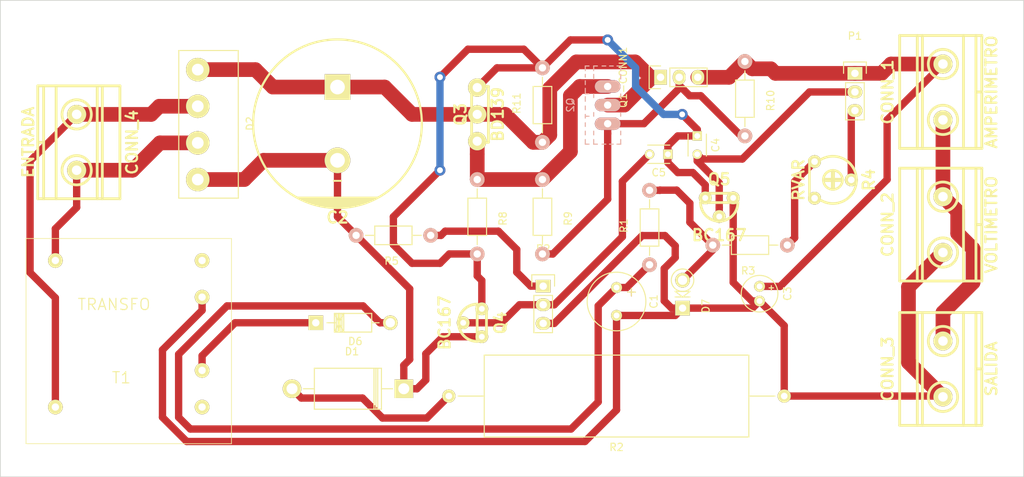
<source format=kicad_pcb>
(kicad_pcb (version 4) (host pcbnew 4.0.0-rc1-stable)

  (general
    (links 52)
    (no_connects 0)
    (area 77.179999 64.399999 216.780001 129.500001)
    (thickness 1.6)
    (drawings 4)
    (tracks 214)
    (zones 0)
    (modules 30)
    (nets 20)
  )

  (page A4)
  (title_block
    (title "FUENTE 30V  DE LABORATORIO")
    (date 2015-12-01)
    (rev E)
  )

  (layers
    (0 F.Cu signal)
    (31 B.Cu signal)
    (32 B.Adhes user)
    (33 F.Adhes user)
    (34 B.Paste user)
    (35 F.Paste user)
    (36 B.SilkS user)
    (37 F.SilkS user)
    (38 B.Mask user)
    (39 F.Mask user)
    (40 Dwgs.User user)
    (41 Cmts.User user)
    (42 Eco1.User user)
    (43 Eco2.User user)
    (44 Edge.Cuts user)
    (45 Margin user)
    (46 B.CrtYd user)
    (47 F.CrtYd user)
    (48 B.Fab user)
    (49 F.Fab user)
  )

  (setup
    (last_trace_width 1)
    (user_trace_width 0.5)
    (user_trace_width 0.8)
    (user_trace_width 1)
    (user_trace_width 2)
    (user_trace_width 3)
    (trace_clearance 0.4572)
    (zone_clearance 0.508)
    (zone_45_only no)
    (trace_min 0.3048)
    (segment_width 0.2)
    (edge_width 0.1)
    (via_size 1.5)
    (via_drill 0.8)
    (via_min_size 1.5)
    (via_min_drill 0.8)
    (user_via 1.5 0.8)
    (user_via 2.5 1.5)
    (uvia_size 0.508)
    (uvia_drill 0.127)
    (uvias_allowed no)
    (uvia_min_size 0)
    (uvia_min_drill 0)
    (pcb_text_width 0.3)
    (pcb_text_size 1.5 1.5)
    (mod_edge_width 0.15)
    (mod_text_size 1 1)
    (mod_text_width 0.15)
    (pad_size 2.6 2.6)
    (pad_drill 1.3)
    (pad_to_mask_clearance 0)
    (aux_axis_origin 0 0)
    (visible_elements 7FFFFFFF)
    (pcbplotparams
      (layerselection 0x00030_80000001)
      (usegerberextensions false)
      (excludeedgelayer true)
      (linewidth 0.100000)
      (plotframeref false)
      (viasonmask false)
      (mode 1)
      (useauxorigin false)
      (hpglpennumber 1)
      (hpglpenspeed 20)
      (hpglpendiameter 15)
      (hpglpenoverlay 2)
      (psnegative false)
      (psa4output false)
      (plotreference true)
      (plotvalue true)
      (plotinvisibletext false)
      (padsonsilk false)
      (subtractmaskfromsilk false)
      (outputformat 1)
      (mirror false)
      (drillshape 1)
      (scaleselection 1)
      (outputdirectory ""))
  )

  (net 0 "")
  (net 1 A)
  (net 2 "Net-(C1-Pad1)")
  (net 3 "Net-(C2-Pad2)")
  (net 4 "Net-(C2-Pad1)")
  (net 5 "Net-(C3-Pad1)")
  (net 6 1)
  (net 7 "Net-(C4-Pad2)")
  (net 8 "Net-(C5-Pad2)")
  (net 9 "Net-(D2-Pad2)")
  (net 10 "Net-(D2-Pad4)")
  (net 11 "Net-(CONN_1-Pad2)")
  (net 12 "Net-(D1-Pad2)")
  (net 13 F)
  (net 14 "Net-(D7-Pad2)")
  (net 15 "Net-(P1-Pad3)")
  (net 16 "Net-(P2-Pad1)")
  (net 17 "Net-(Q2-Pad3)")
  (net 18 "Net-(R3-Pad1)")
  (net 19 "Net-(Q1-CONN1-Pad2)")

  (net_class Default "This is the default net class."
    (clearance 0.4572)
    (trace_width 0.3556)
    (via_dia 1.5)
    (via_drill 0.8)
    (uvia_dia 0.508)
    (uvia_drill 0.127)
    (add_net 1)
    (add_net A)
    (add_net F)
    (add_net "Net-(C1-Pad1)")
    (add_net "Net-(C2-Pad1)")
    (add_net "Net-(C2-Pad2)")
    (add_net "Net-(C3-Pad1)")
    (add_net "Net-(C4-Pad2)")
    (add_net "Net-(C5-Pad2)")
    (add_net "Net-(CONN_1-Pad2)")
    (add_net "Net-(D1-Pad2)")
    (add_net "Net-(D2-Pad2)")
    (add_net "Net-(D2-Pad4)")
    (add_net "Net-(D7-Pad2)")
    (add_net "Net-(P1-Pad3)")
    (add_net "Net-(P2-Pad1)")
    (add_net "Net-(Q1-CONN1-Pad2)")
    (add_net "Net-(Q2-Pad3)")
    (add_net "Net-(R3-Pad1)")
  )

  (module transformers:Transfotype4 (layer F.Cu) (tedit 563A23AE) (tstamp 56393794)
    (at 79.73 91.95)
    (path /56380D35)
    (fp_text reference T1 (at 14 24) (layer F.SilkS)
      (effects (font (thickness 0.15)))
    )
    (fp_text value TRANSFO (at 13 14) (layer F.SilkS)
      (effects (font (thickness 0.15)))
    )
    (fp_line (start 1 5) (end 29 5) (layer F.SilkS) (width 0))
    (fp_line (start 29 5) (end 29 33) (layer F.SilkS) (width 0))
    (fp_line (start 29 33) (end 1 33) (layer F.SilkS) (width 0))
    (fp_line (start 1 33) (end 1 5) (layer F.SilkS) (width 0))
    (pad 5 thru_hole circle (at 5 8) (size 2 2) (drill 1) (layers *.Cu *.Mask F.SilkS)
      (net 9 "Net-(D2-Pad2)"))
    (pad 1 thru_hole circle (at 5 28) (size 2 2) (drill 1) (layers *.Cu *.Mask F.SilkS)
      (net 10 "Net-(D2-Pad4)"))
    (pad 6 thru_hole circle (at 25 28) (size 2 2) (drill 1) (layers *.Cu *.Mask F.SilkS))
    (pad 10 thru_hole circle (at 25 8) (size 2 2) (drill 1) (layers *.Cu *.Mask F.SilkS))
    (pad 9 thru_hole circle (at 25 13) (size 2 2) (drill 1) (layers *.Cu *.Mask F.SilkS)
      (net 1 A))
    (pad 7 thru_hole circle (at 25 23) (size 2 2) (drill 1) (layers *.Cu *.Mask F.SilkS)
      (net 13 F))
    (model Gajda_power_3d/Transfo_Serie_VB-simple.wrl
      (at (xyz 0 -1.35 0))
      (scale (xyz 1 1 1))
      (rotate (xyz 0 0 270))
    )
  )

  (module w_conn_gmkds:gmkds_3-2-7,62 (layer F.Cu) (tedit 565DBDB5) (tstamp 5637FB5B)
    (at 205.73 114.75 90)
    (descr "2-way 7,62mm pitch terminal block, Phoenix GMKDS series")
    (path /5635CDA9)
    (fp_text reference CONN_3 (at 0 -7.55 90) (layer F.SilkS)
      (effects (font (size 1.5 1.5) (thickness 0.3)))
    )
    (fp_text value SALIDA (at 0 6.6 90) (layer F.SilkS)
      (effects (font (size 1.5 1.5) (thickness 0.3)))
    )
    (fp_line (start -7.7 -3.5) (end 7.7 -3.5) (layer F.SilkS) (width 0.381))
    (fp_line (start 0 4.5) (end 0 5.3) (layer F.SilkS) (width 0.381))
    (fp_circle (center 3.81 0) (end 1.81 0) (layer F.SilkS) (width 0.381))
    (fp_circle (center -3.81 0) (end -1.81 0) (layer F.SilkS) (width 0.381))
    (fp_line (start -7.7 2.8) (end 7.7 2.8) (layer F.SilkS) (width 0.381))
    (fp_line (start -7.7 -2.8) (end 7.7 -2.8) (layer F.SilkS) (width 0.381))
    (fp_line (start -7.7 4.5) (end 7.7 4.5) (layer F.SilkS) (width 0.381))
    (fp_line (start -7.7 5.3) (end 7.7 5.3) (layer F.SilkS) (width 0.381))
    (fp_line (start 7.7 -5.9) (end 7.7 5.3) (layer F.SilkS) (width 0.381))
    (fp_line (start -7.7 -5.9) (end 7.7 -5.9) (layer F.SilkS) (width 0.381))
    (fp_line (start -7.7 -5.9) (end -7.7 5.3) (layer F.SilkS) (width 0.381))
    (pad 2 thru_hole circle (at -3.81 0 90) (size 2.6 2.6) (drill 1.3) (layers *.Cu *.Mask F.SilkS)
      (net 1 A))
    (pad 1 thru_hole circle (at 3.81 0 90) (size 2.6 2.6) (drill 1.3) (layers *.Cu *.Mask F.SilkS)
      (net 11 "Net-(CONN_1-Pad2)"))
    (model conn_gmkds/gmkds_3-2-7,62.wrl
      (at (xyz 0 0 0))
      (scale (xyz 1 1 1))
      (rotate (xyz 0 0 0))
    )
  )

  (module Capacitors_Elko_ThroughHole:Elko_vert_11.5x8mm_RM3.5 (layer F.Cu) (tedit 5454A1EC) (tstamp 5637FB2B)
    (at 161.23 103.64 270)
    (descr "Electrolytic Capacitor, vertical, diameter 8mm, RM 3,5mm, radial,")
    (tags "Electrolytic Capacitor, vertical, diameter 8mm, radial, RM 3,5mm, Elko, Electrolytkondensator, Kondensator gepolt, Durchmesser 8mm,")
    (path /5620FF22)
    (fp_text reference C1 (at 1.905 -5.08 270) (layer F.SilkS)
      (effects (font (size 1 1) (thickness 0.15)))
    )
    (fp_text value " " (at 2.54 6.35 270) (layer F.Fab)
      (effects (font (size 1 1) (thickness 0.15)))
    )
    (fp_line (start 0.10414 -2.02438) (end 1.1303 -2.02438) (layer F.SilkS) (width 0.15))
    (fp_line (start 0.62992 -2.57556) (end 0.62992 -1.524) (layer F.SilkS) (width 0.15))
    (fp_line (start 0.635 -2.54) (end 0.635 -1.524) (layer F.Cu) (width 0.15))
    (fp_line (start 0.127 -2.032) (end 1.143 -2.032) (layer F.Cu) (width 0.15))
    (fp_circle (center 1.905 0) (end 5.9055 0) (layer F.SilkS) (width 0.15))
    (pad 2 thru_hole circle (at 3.81 0 270) (size 1.50114 1.50114) (drill 0.8001) (layers *.Cu *.Mask F.SilkS)
      (net 1 A))
    (pad 1 thru_hole circle (at 0 0 270) (size 1.50114 1.50114) (drill 0.8001) (layers *.Cu *.Mask F.SilkS)
      (net 2 "Net-(C1-Pad1)"))
    (model Capacitors_Elko_ThroughHole.3dshapes/Elko_vert_11.5x8mm_RM3.5.wrl
      (at (xyz 0 0 0))
      (scale (xyz 1 1 1))
      (rotate (xyz 0 0 0))
    )
    (model Capacitors_ThroughHole.3dshapes/C_Radial_D8_L11.5_P3.5.wrl
      (at (xyz 0 0 0))
      (scale (xyz 1 1 1))
      (rotate (xyz 0 0 0))
    )
  )

  (module Capacitors_Elko_ThroughHole:Elko_vert_11x5mm_RM2 (layer F.Cu) (tedit 5454A250) (tstamp 5637FB37)
    (at 180.73 103.46524 270)
    (descr "Electrolytic Capacitor, vertical, diameter 5mm, RM 2mm, radial,")
    (tags "Electrolytic Capacitor, vertical, diameter 5mm,  radial, RM 2mm, Elko, Electrolytkondensator, Kondensator gepolt, Durchmesser 5mm")
    (path /5620FD19)
    (fp_text reference C3 (at 1.016 -3.81 270) (layer F.SilkS)
      (effects (font (size 1 1) (thickness 0.15)))
    )
    (fp_text value " " (at 1.016 5.08 270) (layer F.Fab)
      (effects (font (size 1 1) (thickness 0.15)))
    )
    (fp_line (start 0.2159 -1.89992) (end 0.2159 -1.30048) (layer F.SilkS) (width 0.15))
    (fp_line (start -0.08382 -1.6002) (end 0.51562 -1.6002) (layer F.SilkS) (width 0.15))
    (fp_line (start 0.2159 -1.6002) (end 0.2159 -1.30048) (layer F.Cu) (width 0.15))
    (fp_line (start 0.2159 -1.6002) (end 0.51562 -1.6002) (layer F.Cu) (width 0.15))
    (fp_line (start -0.08382 -1.6002) (end 0.2159 -1.6002) (layer F.Cu) (width 0.15))
    (fp_line (start 0.2159 -1.6002) (end 0.2159 -1.89992) (layer F.Cu) (width 0.15))
    (fp_circle (center 1.016 0) (end 3.51536 0) (layer F.SilkS) (width 0.15))
    (pad 1 thru_hole circle (at 0.01524 0 270) (size 1.48082 1.48082) (drill 0.8001) (layers *.Cu *.Mask F.SilkS)
      (net 5 "Net-(C3-Pad1)"))
    (pad 2 thru_hole circle (at 2.01676 0 270) (size 1.48082 1.48082) (drill 0.8001) (layers *.Cu *.Mask F.SilkS)
      (net 1 A))
    (model Capacitors_ThroughHole.3dshapes/C_Radial_D5_L11_P2.5.wrl
      (at (xyz 0.04 0 0))
      (scale (xyz 1 1 1))
      (rotate (xyz 0 0 90))
    )
  )

  (module Capacitors_ThroughHole:C_Disc_D3_P2.5 (layer F.Cu) (tedit 0) (tstamp 5637FB3D)
    (at 172.23 82.95 270)
    (descr "Capacitor 3mm Disc, Pitch 2.5mm")
    (tags Capacitor)
    (path /56210F3B)
    (fp_text reference C4 (at 1.25 -2.5 270) (layer F.SilkS)
      (effects (font (size 1 1) (thickness 0.15)))
    )
    (fp_text value C (at 1.25 2.5 270) (layer F.Fab)
      (effects (font (size 1 1) (thickness 0.15)))
    )
    (fp_line (start -0.9 -1.5) (end 3.4 -1.5) (layer F.CrtYd) (width 0.05))
    (fp_line (start 3.4 -1.5) (end 3.4 1.5) (layer F.CrtYd) (width 0.05))
    (fp_line (start 3.4 1.5) (end -0.9 1.5) (layer F.CrtYd) (width 0.05))
    (fp_line (start -0.9 1.5) (end -0.9 -1.5) (layer F.CrtYd) (width 0.05))
    (fp_line (start -0.25 -1.25) (end 2.75 -1.25) (layer F.SilkS) (width 0.15))
    (fp_line (start 2.75 1.25) (end -0.25 1.25) (layer F.SilkS) (width 0.15))
    (pad 1 thru_hole rect (at 0 0 270) (size 1.3 1.3) (drill 0.8) (layers *.Cu *.Mask F.SilkS)
      (net 6 1))
    (pad 2 thru_hole circle (at 2.5 0 270) (size 1.3 1.3) (drill 0.8001) (layers *.Cu *.Mask F.SilkS)
      (net 7 "Net-(C4-Pad2)"))
    (model Capacitors_ThroughHole.3dshapes/C_Disc_D3_P2.5.wrl
      (at (xyz 0.0492126 0 0))
      (scale (xyz 1 1 1))
      (rotate (xyz 0 0 0))
    )
  )

  (module Capacitors_ThroughHole:C_Disc_D3_P2.5 (layer F.Cu) (tedit 0) (tstamp 5637FB43)
    (at 168.23 85.45 180)
    (descr "Capacitor 3mm Disc, Pitch 2.5mm")
    (tags Capacitor)
    (path /56211414)
    (fp_text reference C5 (at 1.25 -2.5 180) (layer F.SilkS)
      (effects (font (size 1 1) (thickness 0.15)))
    )
    (fp_text value C (at 1.25 2.5 180) (layer F.Fab)
      (effects (font (size 1 1) (thickness 0.15)))
    )
    (fp_line (start -0.9 -1.5) (end 3.4 -1.5) (layer F.CrtYd) (width 0.05))
    (fp_line (start 3.4 -1.5) (end 3.4 1.5) (layer F.CrtYd) (width 0.05))
    (fp_line (start 3.4 1.5) (end -0.9 1.5) (layer F.CrtYd) (width 0.05))
    (fp_line (start -0.9 1.5) (end -0.9 -1.5) (layer F.CrtYd) (width 0.05))
    (fp_line (start -0.25 -1.25) (end 2.75 -1.25) (layer F.SilkS) (width 0.15))
    (fp_line (start 2.75 1.25) (end -0.25 1.25) (layer F.SilkS) (width 0.15))
    (pad 1 thru_hole rect (at 0 0 180) (size 1.3 1.3) (drill 0.8) (layers *.Cu *.Mask F.SilkS)
      (net 6 1))
    (pad 2 thru_hole circle (at 2.5 0 180) (size 1.3 1.3) (drill 0.8001) (layers *.Cu *.Mask F.SilkS)
      (net 8 "Net-(C5-Pad2)"))
    (model Capacitors_ThroughHole.3dshapes/C_Disc_D3_P2.5.wrl
      (at (xyz 0.0492126 0 0))
      (scale (xyz 1 1 1))
      (rotate (xyz 0 0 0))
    )
  )

  (module w_conn_gmkds:gmkds_3-2-7,62 (layer F.Cu) (tedit 565DBD9A) (tstamp 5637FB49)
    (at 87.63 83.82 270)
    (descr "2-way 7,62mm pitch terminal block, Phoenix GMKDS series")
    (path /56380E06)
    (fp_text reference CONN_4 (at 0 -7.55 270) (layer F.SilkS)
      (effects (font (size 1.5 1.5) (thickness 0.3)))
    )
    (fp_text value ENTRADA (at 0 6.6 270) (layer F.SilkS)
      (effects (font (size 1.5 1.5) (thickness 0.3)))
    )
    (fp_line (start -7.7 -3.5) (end 7.7 -3.5) (layer F.SilkS) (width 0.381))
    (fp_line (start 0 4.5) (end 0 5.3) (layer F.SilkS) (width 0.381))
    (fp_circle (center 3.81 0) (end 1.81 0) (layer F.SilkS) (width 0.381))
    (fp_circle (center -3.81 0) (end -1.81 0) (layer F.SilkS) (width 0.381))
    (fp_line (start -7.7 2.8) (end 7.7 2.8) (layer F.SilkS) (width 0.381))
    (fp_line (start -7.7 -2.8) (end 7.7 -2.8) (layer F.SilkS) (width 0.381))
    (fp_line (start -7.7 4.5) (end 7.7 4.5) (layer F.SilkS) (width 0.381))
    (fp_line (start -7.7 5.3) (end 7.7 5.3) (layer F.SilkS) (width 0.381))
    (fp_line (start 7.7 -5.9) (end 7.7 5.3) (layer F.SilkS) (width 0.381))
    (fp_line (start -7.7 -5.9) (end 7.7 -5.9) (layer F.SilkS) (width 0.381))
    (fp_line (start -7.7 -5.9) (end -7.7 5.3) (layer F.SilkS) (width 0.381))
    (pad 2 thru_hole circle (at -3.81 0 270) (size 2.6 2.6) (drill 1.3) (layers *.Cu *.Mask F.SilkS)
      (net 10 "Net-(D2-Pad4)"))
    (pad 1 thru_hole circle (at 3.81 0 270) (size 2.6 2.6) (drill 1.3) (layers *.Cu *.Mask F.SilkS)
      (net 9 "Net-(D2-Pad2)"))
    (model conn_gmkds/gmkds_3-2-7,62.wrl
      (at (xyz 0 0 0))
      (scale (xyz 1 1 1))
      (rotate (xyz 0 0 0))
    )
  )

  (module w_conn_gmkds:gmkds_3-2-7,62 (layer F.Cu) (tedit 564CB05B) (tstamp 5637FB4F)
    (at 205.73 76.95 90)
    (descr "2-way 7,62mm pitch terminal block, Phoenix GMKDS series")
    (path /5635C392)
    (fp_text reference CONN_1 (at 0 -7.55 90) (layer F.SilkS)
      (effects (font (size 1.5 1.5) (thickness 0.3)))
    )
    (fp_text value AMPERIMETRO (at 0 6.6 90) (layer F.SilkS)
      (effects (font (size 1.5 1.5) (thickness 0.3)))
    )
    (fp_line (start -7.7 -3.5) (end 7.7 -3.5) (layer F.SilkS) (width 0.381))
    (fp_line (start 0 4.5) (end 0 5.3) (layer F.SilkS) (width 0.381))
    (fp_circle (center 3.81 0) (end 1.81 0) (layer F.SilkS) (width 0.381))
    (fp_circle (center -3.81 0) (end -1.81 0) (layer F.SilkS) (width 0.381))
    (fp_line (start -7.7 2.8) (end 7.7 2.8) (layer F.SilkS) (width 0.381))
    (fp_line (start -7.7 -2.8) (end 7.7 -2.8) (layer F.SilkS) (width 0.381))
    (fp_line (start -7.7 4.5) (end 7.7 4.5) (layer F.SilkS) (width 0.381))
    (fp_line (start -7.7 5.3) (end 7.7 5.3) (layer F.SilkS) (width 0.381))
    (fp_line (start 7.7 -5.9) (end 7.7 5.3) (layer F.SilkS) (width 0.381))
    (fp_line (start -7.7 -5.9) (end 7.7 -5.9) (layer F.SilkS) (width 0.381))
    (fp_line (start -7.7 -5.9) (end -7.7 5.3) (layer F.SilkS) (width 0.381))
    (pad 2 thru_hole circle (at -3.81 0 90) (size 2.6 2.6) (drill 1.3) (layers *.Cu *.Mask F.SilkS)
      (net 11 "Net-(CONN_1-Pad2)"))
    (pad 1 thru_hole circle (at 3.81 0 90) (size 2.6 2.6) (drill 1.3) (layers *.Cu *.Mask F.SilkS)
      (net 5 "Net-(C3-Pad1)"))
    (model conn_gmkds/gmkds_3-2-7,62.wrl
      (at (xyz 0 0 0))
      (scale (xyz 1 1 1))
      (rotate (xyz 0 0 0))
    )
  )

  (module w_conn_gmkds:gmkds_3-2-7,62 (layer F.Cu) (tedit 564CB075) (tstamp 5637FB55)
    (at 205.73 95.05 90)
    (descr "2-way 7,62mm pitch terminal block, Phoenix GMKDS series")
    (path /5635C8C9)
    (fp_text reference CONN_2 (at 0 -7.55 90) (layer F.SilkS)
      (effects (font (size 1.5 1.5) (thickness 0.3)))
    )
    (fp_text value VOLTIMETRO (at 0 6.6 90) (layer F.SilkS)
      (effects (font (size 1.5 1.5) (thickness 0.3)))
    )
    (fp_line (start -7.7 -3.5) (end 7.7 -3.5) (layer F.SilkS) (width 0.381))
    (fp_line (start 0 4.5) (end 0 5.3) (layer F.SilkS) (width 0.381))
    (fp_circle (center 3.81 0) (end 1.81 0) (layer F.SilkS) (width 0.381))
    (fp_circle (center -3.81 0) (end -1.81 0) (layer F.SilkS) (width 0.381))
    (fp_line (start -7.7 2.8) (end 7.7 2.8) (layer F.SilkS) (width 0.381))
    (fp_line (start -7.7 -2.8) (end 7.7 -2.8) (layer F.SilkS) (width 0.381))
    (fp_line (start -7.7 4.5) (end 7.7 4.5) (layer F.SilkS) (width 0.381))
    (fp_line (start -7.7 5.3) (end 7.7 5.3) (layer F.SilkS) (width 0.381))
    (fp_line (start 7.7 -5.9) (end 7.7 5.3) (layer F.SilkS) (width 0.381))
    (fp_line (start -7.7 -5.9) (end 7.7 -5.9) (layer F.SilkS) (width 0.381))
    (fp_line (start -7.7 -5.9) (end -7.7 5.3) (layer F.SilkS) (width 0.381))
    (pad 2 thru_hole circle (at -3.81 0 90) (size 2.6 2.6) (drill 1.3) (layers *.Cu *.Mask F.SilkS)
      (net 1 A))
    (pad 1 thru_hole circle (at 3.81 0 90) (size 2.6 2.6) (drill 1.3) (layers *.Cu *.Mask F.SilkS)
      (net 11 "Net-(CONN_1-Pad2)"))
    (model conn_gmkds/gmkds_3-2-7,62.wrl
      (at (xyz 0 0 0))
      (scale (xyz 1 1 1))
      (rotate (xyz 0 0 0))
    )
  )

  (module Diodes_ThroughHole:Diode_DO-201AD_Horizontal_RM15 (layer F.Cu) (tedit 552FFBC7) (tstamp 5637FB61)
    (at 132.23 117.45 180)
    (descr "Diode DO-201AD Horizontal")
    (tags "Diode DO-201AD Horizontal SB320 SB340 SB360")
    (path /56225542)
    (fp_text reference D1 (at 7.06722 5.07704 180) (layer F.SilkS)
      (effects (font (size 1 1) (thickness 0.15)))
    )
    (fp_text value D (at 7.82922 -4.82896 180) (layer F.Fab)
      (effects (font (size 1 1) (thickness 0.15)))
    )
    (fp_line (start 12.19322 -0.00296) (end 13.71722 -0.00296) (layer F.SilkS) (width 0.15))
    (fp_line (start 3.04922 -0.00296) (end 1.52522 -0.00296) (layer F.SilkS) (width 0.15))
    (fp_line (start 4.06522 -2.79696) (end 4.06522 2.79104) (layer F.SilkS) (width 0.15))
    (fp_line (start 3.81122 -2.79696) (end 3.81122 2.79104) (layer F.SilkS) (width 0.15))
    (fp_line (start 3.55722 -2.79696) (end 3.55722 2.79104) (layer F.SilkS) (width 0.15))
    (fp_line (start 3.04922 2.79104) (end 3.04922 -2.79696) (layer F.SilkS) (width 0.15))
    (fp_line (start 3.04922 -2.79696) (end 12.19322 -2.79696) (layer F.SilkS) (width 0.15))
    (fp_line (start 12.19322 -2.79696) (end 12.19322 2.79104) (layer F.SilkS) (width 0.15))
    (fp_line (start 12.19322 2.79104) (end 3.04922 2.79104) (layer F.SilkS) (width 0.15))
    (pad 2 thru_hole circle (at 15.24122 -0.00296) (size 2.54 2.54) (drill 1.50114) (layers *.Cu *.Mask F.SilkS)
      (net 12 "Net-(D1-Pad2)"))
    (pad 1 thru_hole rect (at 0.00122 -0.00296) (size 2.54 2.54) (drill 1.50114) (layers *.Cu *.Mask F.SilkS)
      (net 3 "Net-(C2-Pad2)"))
    (model pth_diodes/diode_do201.wrl
      (at (xyz 0.3 0 0))
      (scale (xyz 1 1 1))
      (rotate (xyz 0 0 180))
    )
  )

  (module kicad-lib-jv:KBU (layer F.Cu) (tedit 563780D7) (tstamp 5637FB69)
    (at 104.14 88.9 90)
    (path /56379DAC)
    (fp_text reference D2 (at 7.63 7.15 90) (layer F.SilkS)
      (effects (font (size 1 1) (thickness 0.15)))
    )
    (fp_text value Diode_Bridge (at 7.63 -4.53 90) (layer F.Fab)
      (effects (font (size 1 1) (thickness 0.15)))
    )
    (fp_line (start -2.54 -2.58) (end -2.54 5.53) (layer F.SilkS) (width 0.15))
    (fp_line (start -2.54 5.53) (end 17.61 5.52) (layer F.SilkS) (width 0.15))
    (fp_line (start 17.61 5.52) (end 17.61 -2.59) (layer F.SilkS) (width 0.15))
    (fp_line (start 17.61 -2.59) (end -2.54 -2.59) (layer F.SilkS) (width 0.15))
    (pad 1 thru_hole circle (at 0 0 90) (size 3.2 3.2) (drill 1.6) (layers *.Cu *.Mask F.SilkS)
      (net 3 "Net-(C2-Pad2)"))
    (pad 2 thru_hole circle (at 5 0 90) (size 3.2 3.2) (drill 1.6) (layers *.Cu *.Mask F.SilkS)
      (net 9 "Net-(D2-Pad2)"))
    (pad 4 thru_hole circle (at 10 0 90) (size 3.2 3.2) (drill 1.6) (layers *.Cu *.Mask F.SilkS)
      (net 10 "Net-(D2-Pad4)"))
    (pad 3 thru_hole circle (at 15 0 90) (size 3.2 3.2) (drill 1.6) (layers *.Cu *.Mask F.SilkS)
      (net 4 "Net-(C2-Pad1)"))
    (model Gajda_power_3d/bridge-rect.wrl
      (at (xyz 0 0 0))
      (scale (xyz 1 1 1))
      (rotate (xyz 0 0 0))
    )
  )

  (module Diodes_ThroughHole:Diode_DO-41_SOD81_Horizontal_RM10 (layer F.Cu) (tedit 552FFCCE) (tstamp 5637FB6F)
    (at 120.23 108.45)
    (descr "Diode, DO-41, SOD81, Horizontal, RM 10mm,")
    (tags "Diode, DO-41, SOD81, Horizontal, RM 10mm, 1N4007, SB140,")
    (path /5621B2B8)
    (fp_text reference D6 (at 5.38734 2.53746) (layer F.SilkS)
      (effects (font (size 1 1) (thickness 0.15)))
    )
    (fp_text value D (at 4.37134 -3.55854) (layer F.Fab)
      (effects (font (size 1 1) (thickness 0.15)))
    )
    (fp_line (start 7.62 -0.00254) (end 8.636 -0.00254) (layer F.SilkS) (width 0.15))
    (fp_line (start 2.794 -0.00254) (end 1.524 -0.00254) (layer F.SilkS) (width 0.15))
    (fp_line (start 3.048 -1.27254) (end 3.048 1.26746) (layer F.SilkS) (width 0.15))
    (fp_line (start 3.302 -1.27254) (end 3.302 1.26746) (layer F.SilkS) (width 0.15))
    (fp_line (start 3.556 -1.27254) (end 3.556 1.26746) (layer F.SilkS) (width 0.15))
    (fp_line (start 2.794 -1.27254) (end 2.794 1.26746) (layer F.SilkS) (width 0.15))
    (fp_line (start 3.81 -1.27254) (end 2.54 1.26746) (layer F.SilkS) (width 0.15))
    (fp_line (start 2.54 -1.27254) (end 3.81 1.26746) (layer F.SilkS) (width 0.15))
    (fp_line (start 3.81 -1.27254) (end 3.81 1.26746) (layer F.SilkS) (width 0.15))
    (fp_line (start 3.175 -1.27254) (end 3.175 1.26746) (layer F.SilkS) (width 0.15))
    (fp_line (start 2.54 1.26746) (end 2.54 -1.27254) (layer F.SilkS) (width 0.15))
    (fp_line (start 2.54 -1.27254) (end 7.62 -1.27254) (layer F.SilkS) (width 0.15))
    (fp_line (start 7.62 -1.27254) (end 7.62 1.26746) (layer F.SilkS) (width 0.15))
    (fp_line (start 7.62 1.26746) (end 2.54 1.26746) (layer F.SilkS) (width 0.15))
    (pad 2 thru_hole circle (at 10.16 -0.00254 180) (size 1.99898 1.99898) (drill 1.27) (layers *.Cu *.Mask F.SilkS)
      (net 2 "Net-(C1-Pad1)"))
    (pad 1 thru_hole rect (at 0 -0.00254 180) (size 1.99898 1.99898) (drill 1.00076) (layers *.Cu *.Mask F.SilkS)
      (net 13 F))
    (model pth_diodes/diode_do15.wrl
      (at (xyz 0.2 0 0))
      (scale (xyz 0.85 0.85 0.85))
      (rotate (xyz 0 0 180))
    )
  )

  (module Diodes_ThroughHole:Diode_DO-41_SOD81_Vertical_KathodeUp (layer F.Cu) (tedit 5538ACC7) (tstamp 5637FB75)
    (at 170.23 106.45 90)
    (descr "Diode, DO-41, SOD81, Vertica,l Anode Up,")
    (tags "Diode, DO-41, SOD81, Vertical, Anode Up, 1N4007, SB140,")
    (path /5621B6FF)
    (fp_text reference D7 (at 0.27178 3.175 90) (layer F.SilkS)
      (effects (font (size 1 1) (thickness 0.15)))
    )
    (fp_text value ZENER (at 0 -2.7 90) (layer F.Fab)
      (effects (font (size 1 1) (thickness 0.15)))
    )
    (fp_circle (center 3.81 0) (end 2.413 0.635) (layer F.SilkS) (width 0.15))
    (fp_line (start 2.286 -1.016) (end 2.286 1.016) (layer F.SilkS) (width 0.15))
    (fp_line (start 1.524 0) (end 2.286 1.016) (layer F.SilkS) (width 0.15))
    (fp_line (start 2.286 -1.016) (end 1.524 0) (layer F.SilkS) (width 0.15))
    (fp_line (start 1.524 -1.016) (end 1.524 1.016) (layer F.SilkS) (width 0.15))
    (pad 2 thru_hole circle (at 3.81 0 270) (size 1.99898 1.99898) (drill 1.27) (layers *.Cu *.Mask F.SilkS)
      (net 14 "Net-(D7-Pad2)"))
    (pad 1 thru_hole rect (at 0 0 270) (size 1.99898 1.99898) (drill 1.00076) (layers *.Cu *.Mask F.SilkS)
      (net 1 A))
    (model pth_diodes/diode_do41.wrl
      (at (xyz 0.08 0 0))
      (scale (xyz 0.5 0.5 0.5))
      (rotate (xyz 0 0 0))
    )
  )

  (module Pin_Headers:Pin_Header_Straight_1x03 (layer F.Cu) (tedit 564CB9AF) (tstamp 5637FB7C)
    (at 193.73 74.41)
    (descr "Through hole pin header")
    (tags "pin header")
    (path /5621169B)
    (fp_text reference P1 (at 0 -5.1) (layer F.SilkS)
      (effects (font (size 1 1) (thickness 0.15)))
    )
    (fp_text value POT (at 0 -3.1) (layer F.Fab)
      (effects (font (size 1 1) (thickness 0.15)))
    )
    (fp_line (start -1.75 -1.75) (end -1.75 6.85) (layer F.CrtYd) (width 0.05))
    (fp_line (start 1.75 -1.75) (end 1.75 6.85) (layer F.CrtYd) (width 0.05))
    (fp_line (start -1.75 -1.75) (end 1.75 -1.75) (layer F.CrtYd) (width 0.05))
    (fp_line (start -1.75 6.85) (end 1.75 6.85) (layer F.CrtYd) (width 0.05))
    (fp_line (start -1.27 1.27) (end -1.27 6.35) (layer F.SilkS) (width 0.15))
    (fp_line (start -1.27 6.35) (end 1.27 6.35) (layer F.SilkS) (width 0.15))
    (fp_line (start 1.27 6.35) (end 1.27 1.27) (layer F.SilkS) (width 0.15))
    (fp_line (start 1.55 -1.55) (end 1.55 0) (layer F.SilkS) (width 0.15))
    (fp_line (start 1.27 1.27) (end -1.27 1.27) (layer F.SilkS) (width 0.15))
    (fp_line (start -1.55 0) (end -1.55 -1.55) (layer F.SilkS) (width 0.15))
    (fp_line (start -1.55 -1.55) (end 1.55 -1.55) (layer F.SilkS) (width 0.15))
    (pad 1 thru_hole rect (at 0 0) (size 2.032 1.7272) (drill 1.016) (layers *.Cu *.Mask F.SilkS)
      (net 5 "Net-(C3-Pad1)"))
    (pad 2 thru_hole oval (at 0 2.54) (size 2.032 1.7272) (drill 1.016) (layers *.Cu *.Mask F.SilkS)
      (net 7 "Net-(C4-Pad2)"))
    (pad 3 thru_hole oval (at 0 5.08) (size 2.032 1.7272) (drill 1.016) (layers *.Cu *.Mask F.SilkS)
      (net 15 "Net-(P1-Pad3)"))
    (model Pin_Headers.3dshapes/Pin_Header_Straight_1x03.wrl
      (at (xyz 0 -0.1 0))
      (scale (xyz 1 1 1))
      (rotate (xyz 0 0 90))
    )
  )

  (module Pin_Headers:Pin_Header_Straight_1x03 (layer F.Cu) (tedit 564CB9A0) (tstamp 5637FB83)
    (at 151.23 103.45)
    (descr "Through hole pin header")
    (tags "pin header")
    (path /562115C6)
    (fp_text reference P2 (at 0 -5.1) (layer F.SilkS)
      (effects (font (size 1 1) (thickness 0.15)))
    )
    (fp_text value POT (at 0 -3.1) (layer F.Fab)
      (effects (font (size 1 1) (thickness 0.15)))
    )
    (fp_line (start -1.75 -1.75) (end -1.75 6.85) (layer F.CrtYd) (width 0.05))
    (fp_line (start 1.75 -1.75) (end 1.75 6.85) (layer F.CrtYd) (width 0.05))
    (fp_line (start -1.75 -1.75) (end 1.75 -1.75) (layer F.CrtYd) (width 0.05))
    (fp_line (start -1.75 6.85) (end 1.75 6.85) (layer F.CrtYd) (width 0.05))
    (fp_line (start -1.27 1.27) (end -1.27 6.35) (layer F.SilkS) (width 0.15))
    (fp_line (start -1.27 6.35) (end 1.27 6.35) (layer F.SilkS) (width 0.15))
    (fp_line (start 1.27 6.35) (end 1.27 1.27) (layer F.SilkS) (width 0.15))
    (fp_line (start 1.55 -1.55) (end 1.55 0) (layer F.SilkS) (width 0.15))
    (fp_line (start 1.27 1.27) (end -1.27 1.27) (layer F.SilkS) (width 0.15))
    (fp_line (start -1.55 0) (end -1.55 -1.55) (layer F.SilkS) (width 0.15))
    (fp_line (start -1.55 -1.55) (end 1.55 -1.55) (layer F.SilkS) (width 0.15))
    (pad 1 thru_hole rect (at 0 0) (size 2.032 1.7272) (drill 1.016) (layers *.Cu *.Mask F.SilkS)
      (net 16 "Net-(P2-Pad1)"))
    (pad 2 thru_hole oval (at 0 2.54) (size 2.032 1.7272) (drill 1.016) (layers *.Cu *.Mask F.SilkS)
      (net 8 "Net-(C5-Pad2)"))
    (pad 3 thru_hole oval (at 0 5.08) (size 2.032 1.7272) (drill 1.016) (layers *.Cu *.Mask F.SilkS)
      (net 1 A))
    (model Pin_Headers.3dshapes/Pin_Header_Straight_1x03.wrl
      (at (xyz 0 -0.1 0))
      (scale (xyz 1 1 1))
      (rotate (xyz 0 0 90))
    )
  )

  (module TO_SOT_Packages_THT:TO-220_Neutral123_Vertical_MountedFromLS_LargePads (layer B.Cu) (tedit 0) (tstamp 5637FB92)
    (at 160.02 78.74 270)
    (descr "TO-220, Neutral, Vertical, Mounted from LS, large Pads,")
    (tags "TO-220, Neutral, Vertical, Mounted from LS, large Pads,")
    (path /562152B4)
    (fp_text reference Q2 (at 0 5.08 270) (layer B.SilkS)
      (effects (font (size 1 1) (thickness 0.15)) (justify mirror))
    )
    (fp_text value BD137 (at 0 -3.81 270) (layer B.Fab)
      (effects (font (size 1 1) (thickness 0.15)) (justify mirror))
    )
    (fp_line (start -3.556 -1.778) (end -4.191 -1.778) (layer B.SilkS) (width 0.15))
    (fp_line (start -1.016 -1.778) (end -1.524 -1.778) (layer B.SilkS) (width 0.15))
    (fp_line (start 1.524 -1.778) (end 1.016 -1.778) (layer B.SilkS) (width 0.15))
    (fp_line (start 1.016 1.905) (end 1.524 1.905) (layer B.SilkS) (width 0.15))
    (fp_line (start -1.524 1.905) (end -1.016 1.905) (layer B.SilkS) (width 0.15))
    (fp_line (start -3.81 1.905) (end -3.556 1.905) (layer B.SilkS) (width 0.15))
    (fp_line (start -1.524 3.048) (end -1.524 2.54) (layer B.SilkS) (width 0.15))
    (fp_line (start 1.524 3.048) (end 1.524 2.54) (layer B.SilkS) (width 0.15))
    (fp_line (start 4.699 1.905) (end 5.334 1.905) (layer B.SilkS) (width 0.15))
    (fp_line (start 3.556 1.905) (end 4.064 1.905) (layer B.SilkS) (width 0.15))
    (fp_line (start -4.699 1.905) (end -5.334 1.905) (layer B.SilkS) (width 0.15))
    (fp_line (start -3.81 1.905) (end -4.191 1.905) (layer B.SilkS) (width 0.15))
    (fp_line (start 4.699 3.048) (end 5.334 3.048) (layer B.SilkS) (width 0.15))
    (fp_line (start 3.556 3.048) (end 4.064 3.048) (layer B.SilkS) (width 0.15))
    (fp_line (start 2.413 3.048) (end 2.921 3.048) (layer B.SilkS) (width 0.15))
    (fp_line (start 1.27 3.048) (end 1.778 3.048) (layer B.SilkS) (width 0.15))
    (fp_line (start 0.127 3.048) (end 0.635 3.048) (layer B.SilkS) (width 0.15))
    (fp_line (start -1.143 3.048) (end -0.508 3.048) (layer B.SilkS) (width 0.15))
    (fp_line (start -2.286 3.048) (end -1.651 3.048) (layer B.SilkS) (width 0.15))
    (fp_line (start -3.302 3.048) (end -2.794 3.048) (layer B.SilkS) (width 0.15))
    (fp_line (start -4.191 3.048) (end -3.81 3.048) (layer B.SilkS) (width 0.15))
    (fp_line (start -5.334 3.048) (end -4.699 3.048) (layer B.SilkS) (width 0.15))
    (fp_line (start 5.334 -1.27) (end 5.334 -1.778) (layer B.SilkS) (width 0.15))
    (fp_line (start 5.334 -0.254) (end 5.334 -0.762) (layer B.SilkS) (width 0.15))
    (fp_line (start 5.334 0.762) (end 5.334 0.254) (layer B.SilkS) (width 0.15))
    (fp_line (start 5.334 1.905) (end 5.334 1.397) (layer B.SilkS) (width 0.15))
    (fp_line (start 5.334 3.048) (end 5.334 2.54) (layer B.SilkS) (width 0.15))
    (fp_line (start -5.334 2.54) (end -5.334 3.048) (layer B.SilkS) (width 0.15))
    (fp_line (start -5.334 1.397) (end -5.334 1.905) (layer B.SilkS) (width 0.15))
    (fp_line (start -5.334 0.254) (end -5.334 0.762) (layer B.SilkS) (width 0.15))
    (fp_line (start -5.334 -0.762) (end -5.334 -0.254) (layer B.SilkS) (width 0.15))
    (fp_line (start -5.334 -1.778) (end -5.334 -1.27) (layer B.SilkS) (width 0.15))
    (fp_line (start 4.699 -1.778) (end 5.334 -1.778) (layer B.SilkS) (width 0.15))
    (fp_line (start 3.556 -1.778) (end 4.064 -1.778) (layer B.SilkS) (width 0.15))
    (fp_line (start -5.334 -1.778) (end -4.953 -1.778) (layer B.SilkS) (width 0.15))
    (fp_line (start -4.953 -1.778) (end -4.699 -1.778) (layer B.SilkS) (width 0.15))
    (pad 2 thru_hole oval (at 0 0 180) (size 3.50012 1.69926) (drill 1.00076) (layers *.Cu *.Mask B.SilkS)
      (net 4 "Net-(C2-Pad1)"))
    (pad 3 thru_hole oval (at -2.54 0 180) (size 3.50012 1.69926) (drill 1.00076) (layers *.Cu *.Mask B.SilkS)
      (net 17 "Net-(Q2-Pad3)"))
    (pad 1 thru_hole oval (at 2.54 0 180) (size 3.50012 1.69926) (drill 1.00076) (layers *.Cu *.Mask B.SilkS)
      (net 19 "Net-(Q1-CONN1-Pad2)"))
    (model TO_SOT_Packages_THT.3dshapes/TO-220_Neutral123_Vertical_MountedFromLS_LargePads.wrl
      (at (xyz 0 0 0))
      (scale (xyz 0.3937 0.3937 0.3937))
      (rotate (xyz 0 0 0))
    )
  )

  (module TO:to225 (layer F.Cu) (tedit 5638C966) (tstamp 5637FB99)
    (at 142.24 80.01 270)
    (descr TO225)
    (path /5621396D)
    (fp_text reference Q3 (at 0 2.286 270) (layer F.SilkS)
      (effects (font (thickness 0.3048)))
    )
    (fp_text value BD139 (at 0 -2.794 450) (layer F.SilkS)
      (effects (font (thickness 0.3048)))
    )
    (fp_line (start 3.81 0.762) (end -3.81 0.762) (layer F.SilkS) (width 0.381))
    (fp_line (start -3.81 0.762) (end -3.81 -1.524) (layer F.SilkS) (width 0.381))
    (fp_line (start -3.81 -1.524) (end 3.81 -1.524) (layer F.SilkS) (width 0.381))
    (fp_line (start 3.81 -1.524) (end 3.81 0.762) (layer F.SilkS) (width 0.381))
    (pad 1 thru_hole circle (at 3.6576 0 270) (size 2.49936 2.49936) (drill 1.24968) (layers *.Cu *.Mask F.SilkS)
      (net 17 "Net-(Q2-Pad3)"))
    (pad 2 thru_hole circle (at 0 0 270) (size 2.49936 2.49936) (drill 1.24968) (layers *.Cu *.Mask F.SilkS)
      (net 4 "Net-(C2-Pad1)"))
    (pad 3 thru_hole circle (at -3.6576 0 270) (size 2.49936 2.49936) (drill 1.24968) (layers *.Cu *.Mask F.SilkS)
      (net 6 1))
    (model to/to225.wrl
      (at (xyz 0 0 0))
      (scale (xyz 1 1 1))
      (rotate (xyz 0 0 0))
    )
  )

  (module TO:to92_3 (layer F.Cu) (tedit 0) (tstamp 5637FBA0)
    (at 142.23 108.45 90)
    (descr TO92)
    (path /56216520)
    (fp_text reference Q4 (at 0 3.175 90) (layer F.SilkS)
      (effects (font (thickness 0.3048)))
    )
    (fp_text value BC167 (at 0 -4.445 90) (layer F.SilkS)
      (effects (font (thickness 0.3048)))
    )
    (fp_line (start 2.54 0) (end -2.54 0) (layer F.SilkS) (width 0.381))
    (fp_line (start 2.54 0) (end 1.905 1.27) (layer F.SilkS) (width 0.381))
    (fp_line (start 1.905 1.27) (end -1.905 1.27) (layer F.SilkS) (width 0.381))
    (fp_line (start -1.905 1.27) (end -2.54 0) (layer F.SilkS) (width 0.381))
    (fp_arc (start 0 0) (end 0 -2.54) (angle 90) (layer F.SilkS) (width 0.381))
    (fp_arc (start 0 0) (end -2.54 0) (angle 90) (layer F.SilkS) (width 0.381))
    (pad 1 thru_hole circle (at 1.905 0.635 90) (size 1.75006 1.75006) (drill 0.8001) (layers *.Cu *.Mask F.SilkS)
      (net 6 1))
    (pad 2 thru_hole circle (at 0 -1.905 90) (size 1.75006 1.75006) (drill 0.8001) (layers *.Cu *.Mask F.SilkS)
      (net 8 "Net-(C5-Pad2)"))
    (pad 3 thru_hole circle (at -1.905 0.635 90) (size 1.75006 1.75006) (drill 0.8001) (layers *.Cu *.Mask F.SilkS)
      (net 3 "Net-(C2-Pad2)"))
    (model walter/to/to92_3.wrl
      (at (xyz 0 0 0))
      (scale (xyz 1 1 1))
      (rotate (xyz 0 0 0))
    )
    (model to/to92_3.wrl
      (at (xyz 0 0 0))
      (scale (xyz 1 1 1))
      (rotate (xyz 0 0 0))
    )
  )

  (module TO:to92_3 (layer F.Cu) (tedit 0) (tstamp 5637FBA7)
    (at 175.23 92.045 180)
    (descr TO92)
    (path /562204E4)
    (fp_text reference Q5 (at 0 3.175 180) (layer F.SilkS)
      (effects (font (thickness 0.3048)))
    )
    (fp_text value BC167 (at 0 -4.445 180) (layer F.SilkS)
      (effects (font (thickness 0.3048)))
    )
    (fp_line (start 2.54 0) (end -2.54 0) (layer F.SilkS) (width 0.381))
    (fp_line (start 2.54 0) (end 1.905 1.27) (layer F.SilkS) (width 0.381))
    (fp_line (start 1.905 1.27) (end -1.905 1.27) (layer F.SilkS) (width 0.381))
    (fp_line (start -1.905 1.27) (end -2.54 0) (layer F.SilkS) (width 0.381))
    (fp_arc (start 0 0) (end 0 -2.54) (angle 90) (layer F.SilkS) (width 0.381))
    (fp_arc (start 0 0) (end -2.54 0) (angle 90) (layer F.SilkS) (width 0.381))
    (pad 1 thru_hole circle (at 1.905 0.635 180) (size 1.75006 1.75006) (drill 0.8001) (layers *.Cu *.Mask F.SilkS)
      (net 6 1))
    (pad 2 thru_hole circle (at 0 -1.905 180) (size 1.75006 1.75006) (drill 0.8001) (layers *.Cu *.Mask F.SilkS)
      (net 7 "Net-(C4-Pad2)"))
    (pad 3 thru_hole circle (at -1.905 0.635 180) (size 1.75006 1.75006) (drill 0.8001) (layers *.Cu *.Mask F.SilkS)
      (net 1 A))
    (model walter/to/to92_3.wrl
      (at (xyz 0 0 0))
      (scale (xyz 1 1 1))
      (rotate (xyz 0 0 0))
    )
    (model to/to92_3.wrl
      (at (xyz 0 0 0))
      (scale (xyz 1 1 1))
      (rotate (xyz 0 0 0))
    )
  )

  (module Resistors_ThroughHole:Resistor_Horizontal_RM10mm (layer F.Cu) (tedit 53F56209) (tstamp 5637FBAD)
    (at 165.73 95.45 90)
    (descr "Resistor, Axial,  RM 10mm, 1/3W,")
    (tags "Resistor, Axial, RM 10mm, 1/3W,")
    (path /562101D6)
    (fp_text reference R1 (at 0.24892 -3.50012 90) (layer F.SilkS)
      (effects (font (size 1 1) (thickness 0.15)))
    )
    (fp_text value R (at 3.81 3.81 90) (layer F.Fab)
      (effects (font (size 1 1) (thickness 0.15)))
    )
    (fp_line (start -2.54 -1.27) (end 2.54 -1.27) (layer F.SilkS) (width 0.15))
    (fp_line (start 2.54 -1.27) (end 2.54 1.27) (layer F.SilkS) (width 0.15))
    (fp_line (start 2.54 1.27) (end -2.54 1.27) (layer F.SilkS) (width 0.15))
    (fp_line (start -2.54 1.27) (end -2.54 -1.27) (layer F.SilkS) (width 0.15))
    (fp_line (start -2.54 0) (end -3.81 0) (layer F.SilkS) (width 0.15))
    (fp_line (start 2.54 0) (end 3.81 0) (layer F.SilkS) (width 0.15))
    (pad 1 thru_hole circle (at -5.08 0 90) (size 1.99898 1.99898) (drill 1.00076) (layers *.Cu *.SilkS *.Mask)
      (net 2 "Net-(C1-Pad1)"))
    (pad 2 thru_hole circle (at 5.08 0 90) (size 1.99898 1.99898) (drill 1.00076) (layers *.Cu *.SilkS *.Mask)
      (net 14 "Net-(D7-Pad2)"))
    (model Resistors_ThroughHole.3dshapes/Resistor_Horizontal_RM10mm.wrl
      (at (xyz 0 0 0))
      (scale (xyz 0.4 0.4 0.4))
      (rotate (xyz 0 0 0))
    )
  )

  (module Resistors_ThroughHole:Resistor_Ceramic_Horizontal_L36mm-W11mm-H10mm-p45mm (layer F.Cu) (tedit 53FEE3EB) (tstamp 5637FBB3)
    (at 161.23 118.45 180)
    (descr "Resistor, Ceramic, Horizontal")
    (tags "Resistor, Ceramic, Horizontal")
    (path /562109CE)
    (fp_text reference R2 (at 0 -6.985 180) (layer F.SilkS)
      (effects (font (size 1 1) (thickness 0.15)))
    )
    (fp_text value R (at -0.635 7.62 180) (layer F.Fab)
      (effects (font (size 1 1) (thickness 0.15)))
    )
    (fp_line (start 18.034 0) (end 21.59 0) (layer F.SilkS) (width 0.15))
    (fp_line (start -18.034 0) (end -21.59 0) (layer F.SilkS) (width 0.15))
    (fp_line (start -18.034 -5.588) (end -18.034 5.588) (layer F.SilkS) (width 0.15))
    (fp_line (start -18.034 5.588) (end 18.034 5.588) (layer F.SilkS) (width 0.15))
    (fp_line (start 18.034 5.588) (end 18.034 -5.588) (layer F.SilkS) (width 0.15))
    (fp_line (start 18.034 -5.588) (end -18.034 -5.588) (layer F.SilkS) (width 0.15))
    (pad 1 thru_hole circle (at -22.86 0) (size 1.8 1.8) (drill 0.9) (layers *.Cu *.Mask F.SilkS)
      (net 1 A))
    (pad 2 thru_hole circle (at 22.86 0) (size 1.8 1.8) (drill 0.9) (layers *.Cu *.Mask F.SilkS)
      (net 12 "Net-(D1-Pad2)"))
    (model Resistors_ThroughHole.3dshapes/Resistor_Ceramic_Horizontal_L36mm-W11mm-H10mm-p45mm.wrl
      (at (xyz 0 0 0))
      (scale (xyz 4 4 4))
      (rotate (xyz 0 0 0))
    )
  )

  (module Resistors_ThroughHole:Resistor_Horizontal_RM10mm (layer F.Cu) (tedit 53F56209) (tstamp 5637FBB9)
    (at 179.43 97.85 180)
    (descr "Resistor, Axial,  RM 10mm, 1/3W,")
    (tags "Resistor, Axial, RM 10mm, 1/3W,")
    (path /5621012F)
    (fp_text reference R3 (at 0.24892 -3.50012 180) (layer F.SilkS)
      (effects (font (size 1 1) (thickness 0.15)))
    )
    (fp_text value R (at 3.81 3.81 180) (layer F.Fab)
      (effects (font (size 1 1) (thickness 0.15)))
    )
    (fp_line (start -2.54 -1.27) (end 2.54 -1.27) (layer F.SilkS) (width 0.15))
    (fp_line (start 2.54 -1.27) (end 2.54 1.27) (layer F.SilkS) (width 0.15))
    (fp_line (start 2.54 1.27) (end -2.54 1.27) (layer F.SilkS) (width 0.15))
    (fp_line (start -2.54 1.27) (end -2.54 -1.27) (layer F.SilkS) (width 0.15))
    (fp_line (start -2.54 0) (end -3.81 0) (layer F.SilkS) (width 0.15))
    (fp_line (start 2.54 0) (end 3.81 0) (layer F.SilkS) (width 0.15))
    (pad 1 thru_hole circle (at -5.08 0 180) (size 1.99898 1.99898) (drill 1.00076) (layers *.Cu *.SilkS *.Mask)
      (net 18 "Net-(R3-Pad1)"))
    (pad 2 thru_hole circle (at 5.08 0 180) (size 1.99898 1.99898) (drill 1.00076) (layers *.Cu *.SilkS *.Mask)
      (net 14 "Net-(D7-Pad2)"))
    (model Resistors_ThroughHole.3dshapes/Resistor_Horizontal_RM10mm.wrl
      (at (xyz 0 0 0))
      (scale (xyz 0.4 0.4 0.4))
      (rotate (xyz 0 0 0))
    )
  )

  (module w_pth_resistors:trimmer_piher_pt6xv (layer F.Cu) (tedit 0) (tstamp 5637FBC0)
    (at 190.73 88.95 90)
    (descr "trimmer, Piher PT6-xV")
    (tags trimmer)
    (path /5621CEAC)
    (fp_text reference R4 (at 0 4.89966 90) (layer F.SilkS)
      (effects (font (thickness 0.3048)))
    )
    (fp_text value RVAR (at 0 -4.699 90) (layer F.SilkS)
      (effects (font (thickness 0.3048)))
    )
    (fp_arc (start 0 0) (end 2.32918 2.21996) (angle 90) (layer F.SilkS) (width 0.35052))
    (fp_line (start 2.79908 -3.2004) (end 2.79908 -1.6002) (layer F.SilkS) (width 0.35052))
    (fp_line (start -2.79908 -3.2004) (end -2.79908 -1.6002) (layer F.SilkS) (width 0.35052))
    (fp_arc (start 0 0) (end -1.6002 2.79908) (angle 90) (layer F.SilkS) (width 0.35052))
    (fp_arc (start 0 0) (end 2.79908 -1.6002) (angle 90) (layer F.SilkS) (width 0.35052))
    (fp_line (start 2.79908 -3.2004) (end -2.79908 -3.2004) (layer F.SilkS) (width 0.35052))
    (fp_line (start -0.09906 1.19888) (end -0.09906 -1.09982) (layer F.SilkS) (width 0.35052))
    (fp_line (start -0.09906 -1.09982) (end 0.09906 -1.09982) (layer F.SilkS) (width 0.35052))
    (fp_line (start 0.09906 -1.09982) (end 0.09906 1.19888) (layer F.SilkS) (width 0.35052))
    (fp_line (start 1.19888 -0.09906) (end -1.09982 -0.09906) (layer F.SilkS) (width 0.35052))
    (fp_line (start -1.09982 -0.09906) (end -1.09982 0.09906) (layer F.SilkS) (width 0.35052))
    (fp_line (start -1.09982 0.09906) (end 1.19888 0.09906) (layer F.SilkS) (width 0.35052))
    (fp_circle (center 0 0) (end -1.30048 0.09906) (layer F.SilkS) (width 0.35052))
    (pad 1 thru_hole circle (at 2.49936 -2.49936 90) (size 1.75006 1.75006) (drill 0.89916) (layers *.Cu *.Mask F.SilkS)
      (net 18 "Net-(R3-Pad1)"))
    (pad 2 thru_hole circle (at 0 2.49936 90) (size 1.75006 1.75006) (drill 0.89916) (layers *.Cu *.Mask F.SilkS)
      (net 15 "Net-(P1-Pad3)"))
    (pad 3 thru_hole circle (at -2.49936 -2.49936 90) (size 1.75006 1.75006) (drill 0.89916) (layers *.Cu *.Mask F.SilkS))
    (model walter/pth_resistors/trimmer_piher_pt6-xv.wrl
      (at (xyz 0 0 0))
      (scale (xyz 1 1 1))
      (rotate (xyz 0 0 0))
    )
    (model pth_resistors/trimmer_piher_pt6-xv.wrl
      (at (xyz 0 0 0))
      (scale (xyz 1 1 1))
      (rotate (xyz 0 0 0))
    )
  )

  (module Resistors_ThroughHole:Resistor_Horizontal_RM10mm (layer F.Cu) (tedit 53F56209) (tstamp 5637FBC6)
    (at 130.81 96.52 180)
    (descr "Resistor, Axial,  RM 10mm, 1/3W,")
    (tags "Resistor, Axial, RM 10mm, 1/3W,")
    (path /56210A47)
    (fp_text reference R5 (at 0.24892 -3.50012 180) (layer F.SilkS)
      (effects (font (size 1 1) (thickness 0.15)))
    )
    (fp_text value R (at 3.81 3.81 180) (layer F.Fab)
      (effects (font (size 1 1) (thickness 0.15)))
    )
    (fp_line (start -2.54 -1.27) (end 2.54 -1.27) (layer F.SilkS) (width 0.15))
    (fp_line (start 2.54 -1.27) (end 2.54 1.27) (layer F.SilkS) (width 0.15))
    (fp_line (start 2.54 1.27) (end -2.54 1.27) (layer F.SilkS) (width 0.15))
    (fp_line (start -2.54 1.27) (end -2.54 -1.27) (layer F.SilkS) (width 0.15))
    (fp_line (start -2.54 0) (end -3.81 0) (layer F.SilkS) (width 0.15))
    (fp_line (start 2.54 0) (end 3.81 0) (layer F.SilkS) (width 0.15))
    (pad 1 thru_hole circle (at -5.08 0 180) (size 1.99898 1.99898) (drill 1.00076) (layers *.Cu *.SilkS *.Mask)
      (net 16 "Net-(P2-Pad1)"))
    (pad 2 thru_hole circle (at 5.08 0 180) (size 1.99898 1.99898) (drill 1.00076) (layers *.Cu *.SilkS *.Mask)
      (net 3 "Net-(C2-Pad2)"))
    (model Resistors_ThroughHole.3dshapes/Resistor_Horizontal_RM10mm.wrl
      (at (xyz 0 0 0))
      (scale (xyz 0.4 0.4 0.4))
      (rotate (xyz 0 0 0))
    )
  )

  (module Resistors_ThroughHole:Resistor_Horizontal_RM10mm (layer F.Cu) (tedit 53F56209) (tstamp 5637FBCC)
    (at 142.24 93.98 270)
    (descr "Resistor, Axial,  RM 10mm, 1/3W,")
    (tags "Resistor, Axial, RM 10mm, 1/3W,")
    (path /5620FFD2)
    (fp_text reference R8 (at 0.24892 -3.50012 270) (layer F.SilkS)
      (effects (font (size 1 1) (thickness 0.15)))
    )
    (fp_text value R (at 3.81 3.81 270) (layer F.Fab)
      (effects (font (size 1 1) (thickness 0.15)))
    )
    (fp_line (start -2.54 -1.27) (end 2.54 -1.27) (layer F.SilkS) (width 0.15))
    (fp_line (start 2.54 -1.27) (end 2.54 1.27) (layer F.SilkS) (width 0.15))
    (fp_line (start 2.54 1.27) (end -2.54 1.27) (layer F.SilkS) (width 0.15))
    (fp_line (start -2.54 1.27) (end -2.54 -1.27) (layer F.SilkS) (width 0.15))
    (fp_line (start -2.54 0) (end -3.81 0) (layer F.SilkS) (width 0.15))
    (fp_line (start 2.54 0) (end 3.81 0) (layer F.SilkS) (width 0.15))
    (pad 1 thru_hole circle (at -5.08 0 270) (size 1.99898 1.99898) (drill 1.00076) (layers *.Cu *.SilkS *.Mask)
      (net 17 "Net-(Q2-Pad3)"))
    (pad 2 thru_hole circle (at 5.08 0 270) (size 1.99898 1.99898) (drill 1.00076) (layers *.Cu *.SilkS *.Mask)
      (net 6 1))
    (model Resistors_ThroughHole.3dshapes/Resistor_Horizontal_RM10mm.wrl
      (at (xyz 0 0 0))
      (scale (xyz 0.4 0.4 0.4))
      (rotate (xyz 0 0 0))
    )
  )

  (module Resistors_ThroughHole:Resistor_Horizontal_RM10mm (layer F.Cu) (tedit 53F56209) (tstamp 5637FBD2)
    (at 151.13 93.98 270)
    (descr "Resistor, Axial,  RM 10mm, 1/3W,")
    (tags "Resistor, Axial, RM 10mm, 1/3W,")
    (path /5621025F)
    (fp_text reference R9 (at 0.24892 -3.50012 270) (layer F.SilkS)
      (effects (font (size 1 1) (thickness 0.15)))
    )
    (fp_text value R (at 3.81 3.81 270) (layer F.Fab)
      (effects (font (size 1 1) (thickness 0.15)))
    )
    (fp_line (start -2.54 -1.27) (end 2.54 -1.27) (layer F.SilkS) (width 0.15))
    (fp_line (start 2.54 -1.27) (end 2.54 1.27) (layer F.SilkS) (width 0.15))
    (fp_line (start 2.54 1.27) (end -2.54 1.27) (layer F.SilkS) (width 0.15))
    (fp_line (start -2.54 1.27) (end -2.54 -1.27) (layer F.SilkS) (width 0.15))
    (fp_line (start -2.54 0) (end -3.81 0) (layer F.SilkS) (width 0.15))
    (fp_line (start 2.54 0) (end 3.81 0) (layer F.SilkS) (width 0.15))
    (pad 1 thru_hole circle (at -5.08 0 270) (size 1.99898 1.99898) (drill 1.00076) (layers *.Cu *.SilkS *.Mask)
      (net 17 "Net-(Q2-Pad3)"))
    (pad 2 thru_hole circle (at 5.08 0 270) (size 1.99898 1.99898) (drill 1.00076) (layers *.Cu *.SilkS *.Mask)
      (net 19 "Net-(Q1-CONN1-Pad2)"))
    (model Resistors_ThroughHole.3dshapes/Resistor_Horizontal_RM10mm.wrl
      (at (xyz 0 0 0))
      (scale (xyz 0.4 0.4 0.4))
      (rotate (xyz 0 0 0))
    )
  )

  (module Resistors_ThroughHole:Resistor_Horizontal_RM10mm (layer F.Cu) (tedit 53F56209) (tstamp 5637FBD8)
    (at 178.73 77.87 270)
    (descr "Resistor, Axial,  RM 10mm, 1/3W,")
    (tags "Resistor, Axial, RM 10mm, 1/3W,")
    (path /5621046C)
    (fp_text reference R10 (at 0.24892 -3.50012 270) (layer F.SilkS)
      (effects (font (size 1 1) (thickness 0.15)))
    )
    (fp_text value R (at 3.81 3.81 270) (layer F.Fab)
      (effects (font (size 1 1) (thickness 0.15)))
    )
    (fp_line (start -2.54 -1.27) (end 2.54 -1.27) (layer F.SilkS) (width 0.15))
    (fp_line (start 2.54 -1.27) (end 2.54 1.27) (layer F.SilkS) (width 0.15))
    (fp_line (start 2.54 1.27) (end -2.54 1.27) (layer F.SilkS) (width 0.15))
    (fp_line (start -2.54 1.27) (end -2.54 -1.27) (layer F.SilkS) (width 0.15))
    (fp_line (start -2.54 0) (end -3.81 0) (layer F.SilkS) (width 0.15))
    (fp_line (start 2.54 0) (end 3.81 0) (layer F.SilkS) (width 0.15))
    (pad 1 thru_hole circle (at -5.08 0 270) (size 1.99898 1.99898) (drill 1.00076) (layers *.Cu *.SilkS *.Mask)
      (net 5 "Net-(C3-Pad1)"))
    (pad 2 thru_hole circle (at 5.08 0 270) (size 1.99898 1.99898) (drill 1.00076) (layers *.Cu *.SilkS *.Mask)
      (net 19 "Net-(Q1-CONN1-Pad2)"))
    (model Resistors_ThroughHole.3dshapes/Resistor_Horizontal_RM10mm.wrl
      (at (xyz 0 0 0))
      (scale (xyz 0.4 0.4 0.4))
      (rotate (xyz 0 0 0))
    )
  )

  (module Resistors_ThroughHole:Resistor_Horizontal_RM10mm (layer F.Cu) (tedit 53F56209) (tstamp 5637FBDE)
    (at 151.13 78.74 90)
    (descr "Resistor, Axial,  RM 10mm, 1/3W,")
    (tags "Resistor, Axial, RM 10mm, 1/3W,")
    (path /5620FCA2)
    (fp_text reference R11 (at 0.24892 -3.50012 90) (layer F.SilkS)
      (effects (font (size 1 1) (thickness 0.15)))
    )
    (fp_text value R (at 3.81 3.81 90) (layer F.Fab)
      (effects (font (size 1 1) (thickness 0.15)))
    )
    (fp_line (start -2.54 -1.27) (end 2.54 -1.27) (layer F.SilkS) (width 0.15))
    (fp_line (start 2.54 -1.27) (end 2.54 1.27) (layer F.SilkS) (width 0.15))
    (fp_line (start 2.54 1.27) (end -2.54 1.27) (layer F.SilkS) (width 0.15))
    (fp_line (start -2.54 1.27) (end -2.54 -1.27) (layer F.SilkS) (width 0.15))
    (fp_line (start -2.54 0) (end -3.81 0) (layer F.SilkS) (width 0.15))
    (fp_line (start 2.54 0) (end 3.81 0) (layer F.SilkS) (width 0.15))
    (pad 1 thru_hole circle (at -5.08 0 90) (size 1.99898 1.99898) (drill 1.00076) (layers *.Cu *.SilkS *.Mask)
      (net 4 "Net-(C2-Pad1)"))
    (pad 2 thru_hole circle (at 5.08 0 90) (size 1.99898 1.99898) (drill 1.00076) (layers *.Cu *.SilkS *.Mask)
      (net 6 1))
    (model Resistors_ThroughHole.3dshapes/Resistor_Horizontal_RM10mm.wrl
      (at (xyz 0 0 0))
      (scale (xyz 0.4 0.4 0.4))
      (rotate (xyz 0 0 0))
    )
  )

  (module Pin_Headers:Pin_Header_Straight_1x03 (layer F.Cu) (tedit 564CBA48) (tstamp 563CB238)
    (at 167.23 74.95 90)
    (descr "Through hole pin header")
    (tags "pin header")
    (path /56394E69)
    (fp_text reference Q1-CONN1 (at 0 -5.1 90) (layer F.SilkS)
      (effects (font (size 1 1) (thickness 0.15)))
    )
    (fp_text value CONN_01X03 (at 0 -3.1 90) (layer F.Fab)
      (effects (font (size 1 1) (thickness 0.15)))
    )
    (fp_line (start -1.75 -1.75) (end -1.75 6.85) (layer F.CrtYd) (width 0.05))
    (fp_line (start 1.75 -1.75) (end 1.75 6.85) (layer F.CrtYd) (width 0.05))
    (fp_line (start -1.75 -1.75) (end 1.75 -1.75) (layer F.CrtYd) (width 0.05))
    (fp_line (start -1.75 6.85) (end 1.75 6.85) (layer F.CrtYd) (width 0.05))
    (fp_line (start -1.27 1.27) (end -1.27 6.35) (layer F.SilkS) (width 0.15))
    (fp_line (start -1.27 6.35) (end 1.27 6.35) (layer F.SilkS) (width 0.15))
    (fp_line (start 1.27 6.35) (end 1.27 1.27) (layer F.SilkS) (width 0.15))
    (fp_line (start 1.55 -1.55) (end 1.55 0) (layer F.SilkS) (width 0.15))
    (fp_line (start 1.27 1.27) (end -1.27 1.27) (layer F.SilkS) (width 0.15))
    (fp_line (start -1.55 0) (end -1.55 -1.55) (layer F.SilkS) (width 0.15))
    (fp_line (start -1.55 -1.55) (end 1.55 -1.55) (layer F.SilkS) (width 0.15))
    (pad 1 thru_hole rect (at 0 0 90) (size 2.032 1.7272) (drill 1.016) (layers *.Cu *.Mask F.SilkS)
      (net 4 "Net-(C2-Pad1)"))
    (pad 2 thru_hole oval (at 0 2.54 90) (size 2.032 1.7272) (drill 1.016) (layers *.Cu *.Mask F.SilkS)
      (net 19 "Net-(Q1-CONN1-Pad2)"))
    (pad 3 thru_hole oval (at 0 5.08 90) (size 2.032 1.7272) (drill 1.016) (layers *.Cu *.Mask F.SilkS)
      (net 5 "Net-(C3-Pad1)"))
    (model Pin_Headers.3dshapes/Pin_Header_Straight_1x03.wrl
      (at (xyz 0 -0.1 0))
      (scale (xyz 1 1 1))
      (rotate (xyz 0 0 90))
    )
  )

  (module w_capacitors:CP_22x25mm (layer F.Cu) (tedit 5263F5AD) (tstamp 564CCC89)
    (at 123.19 81.28 180)
    (descr "Capacitor, pol, cyl 22x25mm")
    (path /5620FB8D)
    (fp_text reference C2 (at 0 -12.8 180) (layer F.SilkS)
      (effects (font (thickness 0.3048)))
    )
    (fp_text value " " (at 0 12.8 180) (layer F.SilkS)
      (effects (font (thickness 0.3048)))
    )
    (fp_line (start -5.4 -10.1) (end 5.4 -10.1) (layer F.SilkS) (width 0.3048))
    (fp_line (start 5 -10.3) (end -5 -10.3) (layer F.SilkS) (width 0.3048))
    (fp_line (start -4.5 -10.5) (end 4.5 -10.5) (layer F.SilkS) (width 0.3048))
    (fp_line (start -3.5 -10.9) (end 3.5 -10.9) (layer F.SilkS) (width 0.3048))
    (fp_line (start -2 -11.3) (end 2 -11.3) (layer F.SilkS) (width 0.3048))
    (fp_line (start -2.9 -11.1) (end 2.9 -11.1) (layer F.SilkS) (width 0.3048))
    (fp_line (start 4.1 -10.7) (end -4.1 -10.7) (layer F.SilkS) (width 0.3048))
    (fp_circle (center 0 0) (end -11.5 0) (layer F.SilkS) (width 0.3048))
    (fp_line (start -0.5 -7.8) (end 0.5 -7.8) (layer F.SilkS) (width 0.254))
    (pad 1 thru_hole rect (at 0 5 180) (size 3.5 3.5) (drill 2) (layers *.Cu *.Mask F.SilkS)
      (net 4 "Net-(C2-Pad1)"))
    (pad 2 thru_hole circle (at 0 -5 180) (size 3.5 3.5) (drill 2) (layers *.Cu *.Mask F.SilkS)
      (net 3 "Net-(C2-Pad2)"))
    (model capacitors/cp_22x25mm.wrl
      (at (xyz 0 0 0))
      (scale (xyz 1 1 1))
      (rotate (xyz 0 0 0))
    )
  )

  (gr_line (start 77.23 129.45) (end 216.73 129.45) (layer Edge.Cuts) (width 0.1))
  (gr_line (start 77.23 64.45) (end 216.73 64.45) (layer Edge.Cuts) (width 0.1))
  (gr_line (start 216.73 64.45) (end 216.73 129.45) (layer Edge.Cuts) (width 0.1))
  (gr_line (start 77.23 64.45) (end 77.23 129.45) (layer Edge.Cuts) (width 0.1))

  (segment (start 184.09 118.45) (end 184.09 108.842) (width 1) (layer F.Cu) (net 1))
  (segment (start 184.09 108.842) (end 180.73 105.482) (width 1) (layer F.Cu) (net 1))
  (segment (start 184.09 118.45) (end 205.62 118.45) (width 1) (layer F.Cu) (net 1))
  (segment (start 205.62 118.45) (end 205.73 118.56) (width 0.5) (layer F.Cu) (net 1) (tstamp 564CB2D1))
  (segment (start 167.73 101.05) (end 167.73 105.44949) (width 1) (layer F.Cu) (net 1))
  (segment (start 152.746 108.53) (end 164.726 96.55) (width 1) (layer F.Cu) (net 1))
  (segment (start 151.23 108.53) (end 152.746 108.53) (width 1) (layer F.Cu) (net 1))
  (segment (start 164.726 96.55) (end 167.83 96.55) (width 1) (layer F.Cu) (net 1))
  (segment (start 167.83 96.55) (end 169.23 97.95) (width 1) (layer F.Cu) (net 1))
  (segment (start 169.23 97.95) (end 169.23 99.55) (width 1) (layer F.Cu) (net 1))
  (segment (start 169.23 99.55) (end 167.73 101.05) (width 1) (layer F.Cu) (net 1))
  (segment (start 168.73051 106.45) (end 170.23 106.45) (width 1) (layer F.Cu) (net 1))
  (segment (start 167.73 105.44949) (end 168.73051 106.45) (width 1) (layer F.Cu) (net 1))
  (segment (start 156.93 124.65) (end 161.23 120.35) (width 1) (layer F.Cu) (net 1))
  (segment (start 104.73 104.95) (end 104.73 106.75) (width 1) (layer F.Cu) (net 1))
  (segment (start 104.73 106.75) (end 99.33 112.15) (width 1) (layer F.Cu) (net 1))
  (segment (start 99.33 112.15) (end 99.33 121.35) (width 1) (layer F.Cu) (net 1))
  (segment (start 99.33 121.35) (end 102.63 124.65) (width 1) (layer F.Cu) (net 1))
  (segment (start 102.63 124.65) (end 156.93 124.65) (width 1) (layer F.Cu) (net 1))
  (segment (start 161.23 120.35) (end 161.23 107.45) (width 1) (layer F.Cu) (net 1))
  (segment (start 170.23 106.45) (end 179.762 106.45) (width 1) (layer F.Cu) (net 1))
  (segment (start 179.762 106.45) (end 180.73 105.482) (width 1) (layer F.Cu) (net 1))
  (segment (start 161.23 107.45) (end 169.23 107.45) (width 1) (layer F.Cu) (net 1))
  (segment (start 169.23 107.45) (end 170.23 106.45) (width 1) (layer F.Cu) (net 1))
  (segment (start 180.73 105.482) (end 179.682903 105.482) (width 1) (layer F.Cu) (net 1))
  (segment (start 177.135 102.934097) (end 177.135 92.647479) (width 1) (layer F.Cu) (net 1))
  (segment (start 177.135 92.647479) (end 177.135 91.41) (width 1) (layer F.Cu) (net 1))
  (segment (start 179.682903 105.482) (end 177.135 102.934097) (width 1) (layer F.Cu) (net 1))
  (segment (start 201.03 113.86) (end 205.73 118.56) (width 2) (layer F.Cu) (net 1))
  (segment (start 201.03 103.56) (end 201.03 113.86) (width 2) (layer F.Cu) (net 1))
  (segment (start 205.73 98.86) (end 201.03 103.56) (width 2) (layer F.Cu) (net 1))
  (segment (start 130.39 108.44746) (end 128.976508 108.44746) (width 1) (layer F.Cu) (net 2))
  (segment (start 158.73 119.25) (end 158.73 106.14) (width 1) (layer F.Cu) (net 2))
  (segment (start 155.03 122.95) (end 158.73 119.25) (width 1) (layer F.Cu) (net 2))
  (segment (start 103.13 122.95) (end 155.03 122.95) (width 1) (layer F.Cu) (net 2))
  (segment (start 101.53 121.35) (end 103.13 122.95) (width 1) (layer F.Cu) (net 2))
  (segment (start 101.53 112.75) (end 101.53 121.35) (width 1) (layer F.Cu) (net 2))
  (segment (start 108.13 106.15) (end 101.53 112.75) (width 1) (layer F.Cu) (net 2))
  (segment (start 158.73 106.14) (end 161.23 103.64) (width 1) (layer F.Cu) (net 2))
  (segment (start 128.976508 108.44746) (end 126.679048 106.15) (width 1) (layer F.Cu) (net 2))
  (segment (start 126.679048 106.15) (end 108.13 106.15) (width 1) (layer F.Cu) (net 2))
  (segment (start 161.23 103.64) (end 162.62 103.64) (width 1) (layer F.Cu) (net 2))
  (segment (start 162.62 103.64) (end 165.73 100.53) (width 1) (layer F.Cu) (net 2))
  (segment (start 123.19 86.28) (end 123.19 93.98) (width 1) (layer F.Cu) (net 3))
  (segment (start 123.19 93.98) (end 125.73 96.52) (width 1) (layer F.Cu) (net 3) (tstamp 564CCCCC))
  (segment (start 123.19 86.28) (end 113.11 86.28) (width 2) (layer F.Cu) (net 3))
  (segment (start 113.11 86.28) (end 110.49 88.9) (width 2) (layer F.Cu) (net 3) (tstamp 564CCCC6))
  (segment (start 110.49 88.9) (end 104.14 88.9) (width 2) (layer F.Cu) (net 3) (tstamp 564CCCC8))
  (segment (start 133.03 113.45) (end 132.22878 114.25122) (width 1) (layer F.Cu) (net 3))
  (segment (start 132.22878 114.25122) (end 132.22878 117.45296) (width 1) (layer F.Cu) (net 3))
  (segment (start 133.03 103.82) (end 133.03 113.45) (width 1) (layer F.Cu) (net 3))
  (segment (start 125.73 96.52) (end 133.03 103.82) (width 1) (layer F.Cu) (net 3))
  (segment (start 135.23 116.25) (end 134.02704 117.45296) (width 1) (layer F.Cu) (net 3))
  (segment (start 137.55674 110.355) (end 135.23 112.68174) (width 1) (layer F.Cu) (net 3))
  (segment (start 142.865 110.355) (end 137.55674 110.355) (width 1) (layer F.Cu) (net 3))
  (segment (start 135.23 112.68174) (end 135.23 116.25) (width 1) (layer F.Cu) (net 3))
  (segment (start 134.02704 117.45296) (end 132.22878 117.45296) (width 1) (layer F.Cu) (net 3))
  (segment (start 142.24 80.01) (end 146.05 80.01) (width 2) (layer F.Cu) (net 4))
  (segment (start 149.86 83.82) (end 151.13 83.82) (width 2) (layer F.Cu) (net 4) (tstamp 566AE72B))
  (segment (start 146.05 80.01) (end 149.86 83.82) (width 2) (layer F.Cu) (net 4) (tstamp 566AE72A))
  (segment (start 142.24 80.01) (end 133.35 80.01) (width 2) (layer F.Cu) (net 4))
  (segment (start 133.35 80.01) (end 129.62 76.28) (width 2) (layer F.Cu) (net 4) (tstamp 564CCCD7))
  (segment (start 129.62 76.28) (end 123.19 76.28) (width 2) (layer F.Cu) (net 4) (tstamp 564CCCD9))
  (segment (start 123.19 76.28) (end 114.38 76.28) (width 2) (layer F.Cu) (net 4))
  (segment (start 114.38 76.28) (end 112 73.9) (width 2) (layer F.Cu) (net 4) (tstamp 564CCCD0))
  (segment (start 112 73.9) (end 104.14 73.9) (width 2) (layer F.Cu) (net 4) (tstamp 564CCCD2))
  (segment (start 166.184685 74.95) (end 167.23 74.95) (width 0.5) (layer F.Cu) (net 4))
  (segment (start 160.02 78.74) (end 162.27006 78.74) (width 2) (layer F.Cu) (net 4))
  (segment (start 162.27006 78.74) (end 166.06006 74.95) (width 2) (layer F.Cu) (net 4))
  (segment (start 166.06006 74.95) (end 166.184685 74.95) (width 2) (layer F.Cu) (net 4))
  (segment (start 151.13 83.82) (end 152.129489 82.820511) (width 2) (layer F.Cu) (net 4))
  (segment (start 152.129489 82.820511) (end 152.129489 76.470511) (width 2) (layer F.Cu) (net 4))
  (segment (start 152.129489 76.470511) (end 155.75 72.85) (width 2) (layer F.Cu) (net 4))
  (segment (start 163.7664 72.85) (end 165.8664 74.95) (width 2) (layer F.Cu) (net 4))
  (segment (start 155.75 72.85) (end 163.7664 72.85) (width 2) (layer F.Cu) (net 4))
  (segment (start 165.8664 74.95) (end 166.184685 74.95) (width 2) (layer F.Cu) (net 4))
  (segment (start 193.73 74.41) (end 197.37 74.41) (width 2) (layer F.Cu) (net 5))
  (segment (start 197.37 74.41) (end 198.64 73.14) (width 2) (layer F.Cu) (net 5) (tstamp 565DAF27))
  (segment (start 198.64 73.14) (end 205.73 73.14) (width 2) (layer F.Cu) (net 5) (tstamp 565DAF29))
  (segment (start 180.73 103.48048) (end 183.53952 103.48048) (width 1) (layer F.Cu) (net 5))
  (segment (start 183.53952 103.48048) (end 198.12 88.9) (width 1) (layer F.Cu) (net 5) (tstamp 565DAF10))
  (segment (start 198.12 88.9) (end 198.12 80.75) (width 1) (layer F.Cu) (net 5) (tstamp 565DAF19))
  (segment (start 198.12 80.75) (end 205.73 73.14) (width 1) (layer F.Cu) (net 5) (tstamp 565DAF1B))
  (segment (start 193.8824 74.41) (end 193.73 74.41) (width 0.5) (layer F.Cu) (net 5))
  (segment (start 182.269489 73.789489) (end 182.89 74.41) (width 2) (layer F.Cu) (net 5))
  (segment (start 182.89 74.41) (end 193.73 74.41) (width 2) (layer F.Cu) (net 5))
  (segment (start 178.73 72.79) (end 179.729489 73.789489) (width 2) (layer F.Cu) (net 5))
  (segment (start 179.729489 73.789489) (end 182.269489 73.789489) (width 2) (layer F.Cu) (net 5))
  (segment (start 172.31 74.95) (end 176.57 74.95) (width 2) (layer F.Cu) (net 5))
  (segment (start 176.57 74.95) (end 178.73 72.79) (width 2) (layer F.Cu) (net 5))
  (segment (start 151.13 73.66) (end 154.94 69.85) (width 1) (layer F.Cu) (net 6))
  (segment (start 172.23 82.06) (end 172.23 82.95) (width 1) (layer F.Cu) (net 6) (tstamp 565DB08E))
  (segment (start 170.18 80.01) (end 172.23 82.06) (width 1) (layer F.Cu) (net 6) (tstamp 565DB08D))
  (via (at 170.18 80.01) (size 1.5) (drill 0.8) (layers F.Cu B.Cu) (net 6))
  (segment (start 167.64 80.01) (end 170.18 80.01) (width 1) (layer B.Cu) (net 6) (tstamp 565DB084))
  (segment (start 163.83 76.2) (end 167.64 80.01) (width 1) (layer B.Cu) (net 6) (tstamp 565DB07C))
  (segment (start 163.83 73.66) (end 163.83 76.2) (width 1) (layer B.Cu) (net 6) (tstamp 565DB076))
  (segment (start 160.02 69.85) (end 163.83 73.66) (width 1) (layer B.Cu) (net 6) (tstamp 565DB075))
  (via (at 160.02 69.85) (size 1.5) (drill 0.8) (layers F.Cu B.Cu) (net 6))
  (segment (start 154.94 69.85) (end 160.02 69.85) (width 1) (layer F.Cu) (net 6) (tstamp 565DB05A))
  (segment (start 142.24 99.06) (end 138.43 99.06) (width 1) (layer F.Cu) (net 6))
  (segment (start 148.59 71.12) (end 151.13 73.66) (width 1) (layer F.Cu) (net 6) (tstamp 565C8065))
  (segment (start 140.97 71.12) (end 148.59 71.12) (width 1) (layer F.Cu) (net 6) (tstamp 565C8064))
  (segment (start 137.16 74.93) (end 140.97 71.12) (width 1) (layer F.Cu) (net 6) (tstamp 565C8063))
  (via (at 137.16 74.93) (size 1.5) (drill 0.8) (layers F.Cu B.Cu) (net 6))
  (segment (start 137.16 87.63) (end 137.16 74.93) (width 1) (layer B.Cu) (net 6) (tstamp 565C8057))
  (via (at 137.16 87.63) (size 1.5) (drill 0.8) (layers F.Cu B.Cu) (net 6))
  (segment (start 130.81 93.98) (end 137.16 87.63) (width 1) (layer F.Cu) (net 6) (tstamp 565C804D))
  (segment (start 130.81 97.79) (end 130.81 93.98) (width 1) (layer F.Cu) (net 6) (tstamp 565C804B))
  (segment (start 133.35 100.33) (end 130.81 97.79) (width 1) (layer F.Cu) (net 6) (tstamp 565C804A))
  (segment (start 137.16 100.33) (end 133.35 100.33) (width 1) (layer F.Cu) (net 6) (tstamp 565C8048))
  (segment (start 138.43 99.06) (end 137.16 100.33) (width 1) (layer F.Cu) (net 6) (tstamp 565C8035))
  (segment (start 142.865 102.685) (end 142.24 102.06) (width 1) (layer F.Cu) (net 6))
  (segment (start 142.865 106.545) (end 142.865 102.685) (width 1) (layer F.Cu) (net 6))
  (segment (start 142.24 102.06) (end 142.24 99.06) (width 1) (layer F.Cu) (net 6))
  (segment (start 168.23 85.45) (end 168.23 84.3) (width 1) (layer F.Cu) (net 6))
  (segment (start 168.23 84.3) (end 169.58 82.95) (width 1) (layer F.Cu) (net 6))
  (segment (start 169.58 82.95) (end 171.08 82.95) (width 1) (layer F.Cu) (net 6))
  (segment (start 171.08 82.95) (end 172.23 82.95) (width 1) (layer F.Cu) (net 6))
  (segment (start 171.63 87.95) (end 173.325 89.645) (width 1) (layer F.Cu) (net 6))
  (segment (start 168.23 86.6) (end 169.58 87.95) (width 1) (layer F.Cu) (net 6))
  (segment (start 168.23 85.45) (end 168.23 86.6) (width 1) (layer F.Cu) (net 6))
  (segment (start 169.58 87.95) (end 171.63 87.95) (width 1) (layer F.Cu) (net 6))
  (segment (start 173.325 89.645) (end 173.325 91.41) (width 1) (layer F.Cu) (net 6))
  (segment (start 142.24 76.3524) (end 144.9324 73.66) (width 1) (layer F.Cu) (net 6))
  (segment (start 144.9324 73.66) (end 151.13 73.66) (width 1) (layer F.Cu) (net 6))
  (segment (start 172.23 85.45) (end 172.23 86.369238) (width 1) (layer F.Cu) (net 7))
  (segment (start 175.23 89.369238) (end 175.23 92.712521) (width 1) (layer F.Cu) (net 7))
  (segment (start 172.23 86.369238) (end 175.23 89.369238) (width 1) (layer F.Cu) (net 7))
  (segment (start 175.23 92.712521) (end 175.23 93.95) (width 1) (layer F.Cu) (net 7))
  (segment (start 175.23 93.95) (end 175.552769 93.627231) (width 0.5) (layer F.Cu) (net 7))
  (segment (start 172.879999 86.099999) (end 172.23 85.45) (width 1) (layer F.Cu) (net 7))
  (segment (start 172.879999 86.099999) (end 178.380001 86.099999) (width 1) (layer F.Cu) (net 7))
  (segment (start 187.53 76.95) (end 193.73 76.95) (width 1) (layer F.Cu) (net 7))
  (segment (start 178.380001 86.099999) (end 187.53 76.95) (width 1) (layer F.Cu) (net 7))
  (segment (start 140.325 108.45) (end 145.55 108.45) (width 1) (layer F.Cu) (net 8))
  (segment (start 148.01 105.99) (end 151.23 105.99) (width 1) (layer F.Cu) (net 8) (tstamp 565C7FAD))
  (segment (start 145.55 108.45) (end 148.01 105.99) (width 1) (layer F.Cu) (net 8) (tstamp 565C7FA4))
  (segment (start 162.03 96.706) (end 162.03 89.15) (width 1) (layer F.Cu) (net 8))
  (segment (start 152.746 105.99) (end 162.03 96.706) (width 1) (layer F.Cu) (net 8))
  (segment (start 151.23 105.99) (end 152.746 105.99) (width 1) (layer F.Cu) (net 8))
  (segment (start 162.03 89.15) (end 165.73 85.45) (width 1) (layer F.Cu) (net 8))
  (segment (start 151.0776 105.99) (end 151.23 105.99) (width 0.5) (layer F.Cu) (net 8))
  (segment (start 84.73 99.95) (end 84.73 95.61) (width 1) (layer F.Cu) (net 9))
  (segment (start 87.63 92.71) (end 87.63 87.63) (width 1) (layer F.Cu) (net 9) (tstamp 565DAED2))
  (segment (start 84.73 95.61) (end 87.63 92.71) (width 1) (layer F.Cu) (net 9) (tstamp 565DAECC))
  (segment (start 87.63 87.63) (end 95.25 87.63) (width 2) (layer F.Cu) (net 9))
  (segment (start 98.98 83.9) (end 104.14 83.9) (width 2) (layer F.Cu) (net 9) (tstamp 565C7E94))
  (segment (start 95.25 87.63) (end 98.98 83.9) (width 2) (layer F.Cu) (net 9) (tstamp 565C7E91))
  (segment (start 84.73 119.95) (end 84.73 105.05) (width 1) (layer F.Cu) (net 10))
  (segment (start 81.28 86.36) (end 87.63 80.01) (width 1) (layer F.Cu) (net 10) (tstamp 565DAEEF))
  (segment (start 81.28 101.6) (end 81.28 86.36) (width 1) (layer F.Cu) (net 10) (tstamp 565DAEDF))
  (segment (start 84.73 105.05) (end 81.28 101.6) (width 1) (layer F.Cu) (net 10) (tstamp 565DAEDA))
  (segment (start 87.63 80.01) (end 97.79 80.01) (width 2) (layer F.Cu) (net 10))
  (segment (start 98.9 78.9) (end 104.14 78.9) (width 2) (layer F.Cu) (net 10) (tstamp 565C7E98))
  (segment (start 97.79 80.01) (end 98.9 78.9) (width 2) (layer F.Cu) (net 10) (tstamp 565C7E97))
  (segment (start 205.73 80.76) (end 205.73 91.24) (width 2) (layer F.Cu) (net 11))
  (segment (start 205.73 91.24) (end 207.737201 93.247201) (width 2) (layer F.Cu) (net 11))
  (segment (start 207.737201 93.247201) (end 207.737201 96.257201) (width 2) (layer F.Cu) (net 11))
  (segment (start 209.83 102.95) (end 205.73 107.05) (width 2) (layer F.Cu) (net 11))
  (segment (start 205.73 107.05) (end 205.73 110.94) (width 2) (layer F.Cu) (net 11))
  (segment (start 209.83 98.35) (end 209.83 102.95) (width 2) (layer F.Cu) (net 11))
  (segment (start 207.737201 96.257201) (end 209.83 98.35) (width 2) (layer F.Cu) (net 11))
  (segment (start 129.33 121.45) (end 135.37 121.45) (width 1) (layer F.Cu) (net 12))
  (segment (start 118.258779 118.722959) (end 126.602959 118.722959) (width 1) (layer F.Cu) (net 12))
  (segment (start 116.98878 117.45296) (end 118.258779 118.722959) (width 1) (layer F.Cu) (net 12))
  (segment (start 126.602959 118.722959) (end 129.33 121.45) (width 1) (layer F.Cu) (net 12))
  (segment (start 135.37 121.45) (end 138.37 118.45) (width 1) (layer F.Cu) (net 12))
  (segment (start 104.73 112.95) (end 109.23254 108.44746) (width 1) (layer F.Cu) (net 13))
  (segment (start 104.73 114.95) (end 104.73 112.95) (width 1) (layer F.Cu) (net 13))
  (segment (start 109.23254 108.44746) (end 120.23 108.44746) (width 1) (layer F.Cu) (net 13))
  (segment (start 171.23 92.15) (end 171.23 94.73) (width 1) (layer F.Cu) (net 14))
  (segment (start 167.143492 90.37) (end 167.163492 90.35) (width 1) (layer F.Cu) (net 14))
  (segment (start 165.73 90.37) (end 167.143492 90.37) (width 1) (layer F.Cu) (net 14))
  (segment (start 167.163492 90.35) (end 169.43 90.35) (width 1) (layer F.Cu) (net 14))
  (segment (start 169.43 90.35) (end 171.23 92.15) (width 1) (layer F.Cu) (net 14))
  (segment (start 171.23 94.73) (end 174.35 97.85) (width 1) (layer F.Cu) (net 14))
  (segment (start 170.23 102.64) (end 174.35 98.52) (width 1) (layer F.Cu) (net 14))
  (segment (start 174.35 98.52) (end 174.35 97.85) (width 0.5) (layer F.Cu) (net 14))
  (segment (start 193.22936 88.95) (end 193.22936 79.99064) (width 1) (layer F.Cu) (net 15))
  (segment (start 193.22936 79.99064) (end 193.73 79.49) (width 0.5) (layer F.Cu) (net 15))
  (segment (start 147.63 101.55) (end 149.53 103.45) (width 1) (layer F.Cu) (net 16))
  (segment (start 137.303492 96.52) (end 137.873492 95.95) (width 1) (layer F.Cu) (net 16))
  (segment (start 135.89 96.52) (end 137.303492 96.52) (width 1) (layer F.Cu) (net 16))
  (segment (start 137.873492 95.95) (end 145.13 95.95) (width 1) (layer F.Cu) (net 16))
  (segment (start 145.13 95.95) (end 147.63 98.45) (width 1) (layer F.Cu) (net 16))
  (segment (start 147.63 98.45) (end 147.63 101.55) (width 1) (layer F.Cu) (net 16))
  (segment (start 149.53 103.45) (end 151.23 103.45) (width 1) (layer F.Cu) (net 16))
  (segment (start 151.13 88.9) (end 154.94 85.09) (width 2) (layer F.Cu) (net 17))
  (segment (start 154.94 85.09) (end 154.94 77.47) (width 2) (layer F.Cu) (net 17) (tstamp 565DAFC5))
  (segment (start 154.94 77.47) (end 156.21 76.2) (width 2) (layer F.Cu) (net 17) (tstamp 565DAFC7))
  (segment (start 156.21 76.2) (end 160.02 76.2) (width 2) (layer F.Cu) (net 17) (tstamp 565DAFC9))
  (segment (start 142.24 83.6676) (end 142.24 85.434914) (width 2) (layer F.Cu) (net 17))
  (segment (start 142.24 85.434914) (end 142.24 88.9) (width 2) (layer F.Cu) (net 17))
  (segment (start 142.24 88.9) (end 151.13 88.9) (width 2) (layer F.Cu) (net 17))
  (segment (start 159.11957 76.2) (end 160.02 76.2) (width 0.5) (layer F.Cu) (net 17))
  (segment (start 184.51 97.85) (end 185.509489 96.850511) (width 1) (layer F.Cu) (net 18))
  (segment (start 187.355611 87.325669) (end 188.23064 86.45064) (width 1) (layer F.Cu) (net 18))
  (segment (start 185.509489 89.171791) (end 187.355611 87.325669) (width 1) (layer F.Cu) (net 18))
  (segment (start 185.509489 96.850511) (end 185.509489 89.171791) (width 1) (layer F.Cu) (net 18))
  (segment (start 178.73 82.95) (end 178.2 82.95) (width 1) (layer F.Cu) (net 19))
  (segment (start 178.2 82.95) (end 172.72 77.47) (width 1) (layer F.Cu) (net 19) (tstamp 565DAF69))
  (segment (start 172.72 77.47) (end 171.201011 77.47) (width 1) (layer F.Cu) (net 19) (tstamp 565DAF75))
  (segment (start 171.201011 77.47) (end 169.77 76.038989) (width 1) (layer F.Cu) (net 19) (tstamp 565DAF77))
  (segment (start 169.77 76.038989) (end 169.77 74.95) (width 1) (layer F.Cu) (net 19) (tstamp 565DAF7C))
  (segment (start 160.02 82.62963) (end 160.02 81.28) (width 1) (layer F.Cu) (net 19))
  (segment (start 151.13 99.06) (end 152.543492 99.06) (width 1) (layer F.Cu) (net 19))
  (segment (start 152.543492 99.06) (end 160.02 91.583492) (width 1) (layer F.Cu) (net 19))
  (segment (start 160.02 91.583492) (end 160.02 82.62963) (width 1) (layer F.Cu) (net 19))
  (segment (start 160.02 81.28) (end 164.956 81.28) (width 1) (layer F.Cu) (net 19))
  (segment (start 169.77 76.038989) (end 169.77 74.95) (width 1) (layer F.Cu) (net 19))
  (segment (start 164.956 81.28) (end 169.77 76.466) (width 1) (layer F.Cu) (net 19))
  (segment (start 169.77 76.466) (end 169.77 76.038989) (width 1) (layer F.Cu) (net 19))
  (segment (start 169.77 75.1024) (end 169.77 74.95) (width 0.5) (layer F.Cu) (net 19))

)

</source>
